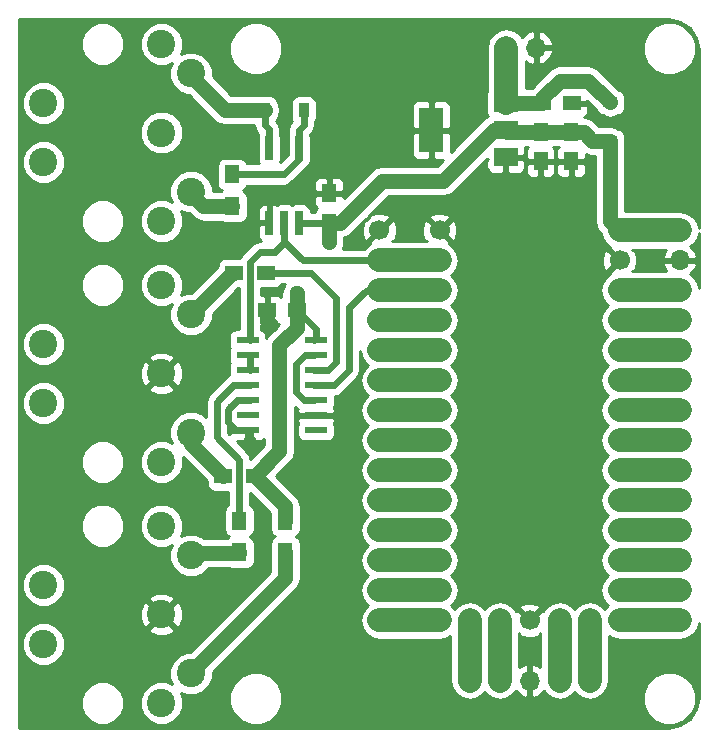
<source format=gtl>
G04 #@! TF.FileFunction,Copper,L1,Top,Signal*
%FSLAX46Y46*%
G04 Gerber Fmt 4.6, Leading zero omitted, Abs format (unit mm)*
G04 Created by KiCad (PCBNEW 4.0.4-stable) date Thursday, April 12, 2018 'PMt' 12:11:18 PM*
%MOMM*%
%LPD*%
G01*
G04 APERTURE LIST*
%ADD10C,0.100000*%
%ADD11R,1.500000X1.250000*%
%ADD12R,0.900000X1.200000*%
%ADD13C,1.700000*%
%ADD14O,1.700000X1.700000*%
%ADD15R,1.250000X1.500000*%
%ADD16R,1.200000X0.900000*%
%ADD17R,0.640000X2.000000*%
%ADD18R,2.000000X3.800000*%
%ADD19R,2.000000X1.500000*%
%ADD20R,1.900000X0.600000*%
%ADD21R,1.300000X1.500000*%
%ADD22R,1.500000X1.300000*%
%ADD23C,2.400000*%
%ADD24C,1.300000*%
%ADD25C,1.300000*%
%ADD26C,0.600000*%
%ADD27C,2.000000*%
%ADD28C,0.254000*%
G04 APERTURE END LIST*
D10*
D11*
X74250000Y-75100000D03*
X71750000Y-75100000D03*
D12*
X74850000Y-58200000D03*
X71550000Y-58200000D03*
D13*
X81260000Y-68380000D03*
D14*
X81260000Y-70920000D03*
X81260000Y-73460000D03*
X81260000Y-76000000D03*
X81260000Y-78540000D03*
X81260000Y-81080000D03*
X81260000Y-83620000D03*
X81260000Y-86160000D03*
X81260000Y-88700000D03*
X81260000Y-91240000D03*
X81260000Y-93780000D03*
X81260000Y-96320000D03*
X81260000Y-98860000D03*
X81260000Y-101400000D03*
D13*
X88900000Y-106500000D03*
D14*
X91440000Y-106500000D03*
X93980000Y-106500000D03*
X96520000Y-106500000D03*
X99060000Y-106500000D03*
D13*
X106700000Y-68380000D03*
D14*
X106700000Y-70920000D03*
X106700000Y-73460000D03*
X106700000Y-76000000D03*
X106700000Y-78540000D03*
X106700000Y-81080000D03*
X106700000Y-83620000D03*
X106700000Y-86160000D03*
X106700000Y-88700000D03*
X106700000Y-91240000D03*
X106700000Y-93780000D03*
X106700000Y-96320000D03*
X106700000Y-98860000D03*
X106700000Y-101400000D03*
D13*
X101600000Y-101400000D03*
X101600000Y-98860000D03*
X101600000Y-96320000D03*
X101600000Y-93780000D03*
X101600000Y-91240000D03*
X101600000Y-88700000D03*
X101600000Y-86160000D03*
X101600000Y-83620000D03*
X101600000Y-81080000D03*
X101600000Y-78540000D03*
X101600000Y-76000000D03*
X101600000Y-73460000D03*
X101600000Y-70920000D03*
X101600000Y-68380000D03*
X86360000Y-68380000D03*
X86360000Y-70920000D03*
X86360000Y-73460000D03*
X86360000Y-76000000D03*
X86360000Y-78540000D03*
X86360000Y-81080000D03*
X86360000Y-83620000D03*
X86360000Y-86160000D03*
X86360000Y-88700000D03*
X86360000Y-91240000D03*
X86360000Y-93780000D03*
X86360000Y-96320000D03*
X86360000Y-98860000D03*
X86360000Y-101400000D03*
X88900000Y-101400000D03*
X91440000Y-101400000D03*
X93980000Y-101400000D03*
X96520000Y-101400000D03*
X99060000Y-101400000D03*
D15*
X77000000Y-67750000D03*
X77000000Y-65250000D03*
D11*
X95050000Y-57600000D03*
X97550000Y-57600000D03*
D15*
X94900000Y-60050000D03*
X94900000Y-62550000D03*
X97500000Y-60050000D03*
X97500000Y-62550000D03*
D16*
X100800000Y-57550000D03*
X100800000Y-60850000D03*
D17*
X74470000Y-61450000D03*
X71930000Y-61450000D03*
X71930000Y-67750000D03*
X73200000Y-67750000D03*
X74470000Y-67750000D03*
D18*
X85650000Y-59900000D03*
D19*
X91950000Y-59900000D03*
X91950000Y-57600000D03*
X91950000Y-62200000D03*
D20*
X70100000Y-77690000D03*
X70100000Y-78960000D03*
X70100000Y-80230000D03*
X70100000Y-81500000D03*
X70100000Y-82770000D03*
X70100000Y-84040000D03*
X70100000Y-85310000D03*
X75900000Y-85310000D03*
X75900000Y-84040000D03*
X75900000Y-82770000D03*
X75900000Y-81500000D03*
X75900000Y-80230000D03*
X75900000Y-78960000D03*
X75900000Y-77690000D03*
D21*
X68800000Y-66350000D03*
X68800000Y-63650000D03*
D22*
X68950000Y-72000000D03*
X71650000Y-72000000D03*
X70750000Y-89200000D03*
X68050000Y-89200000D03*
D21*
X69400000Y-95650000D03*
X69400000Y-92950000D03*
X73300000Y-92950000D03*
X73300000Y-95650000D03*
D13*
X92000000Y-52900000D03*
D14*
X94540000Y-52900000D03*
D23*
X62800000Y-52600000D03*
X62800000Y-60100000D03*
X62800000Y-67600000D03*
X65300000Y-55100000D03*
X65300000Y-65100000D03*
X52800000Y-57600000D03*
X52800000Y-62600000D03*
X62800000Y-73000000D03*
X62800000Y-80500000D03*
X62800000Y-88000000D03*
X65300000Y-75500000D03*
X65300000Y-85500000D03*
X52800000Y-78000000D03*
X52800000Y-83000000D03*
X62800000Y-93400000D03*
X62800000Y-100900000D03*
X62800000Y-108400000D03*
X65300000Y-95900000D03*
X65300000Y-105900000D03*
X52800000Y-98400000D03*
X52800000Y-103400000D03*
D24*
X77000000Y-69400000D03*
X74300000Y-73700000D03*
X70300000Y-86400000D03*
X72100000Y-76400000D03*
D25*
X74250000Y-75100000D02*
X74250000Y-76650000D01*
X74250000Y-76650000D02*
X72800000Y-78100000D01*
X72800000Y-78100000D02*
X72800000Y-87100000D01*
X70750000Y-89150000D02*
X70750000Y-89200000D01*
X72800000Y-87100000D02*
X70750000Y-89150000D01*
D26*
X75700000Y-77690000D02*
X75900000Y-77490000D01*
X75900000Y-77490000D02*
X75900000Y-76750000D01*
X75900000Y-76750000D02*
X74250000Y-75100000D01*
D25*
X74250000Y-73750000D02*
X74300000Y-73700000D01*
X77000000Y-67750000D02*
X77950000Y-67750000D01*
X77950000Y-67750000D02*
X81500000Y-64200000D01*
X81500000Y-64200000D02*
X86669998Y-64200000D01*
X86669998Y-64200000D02*
X90969998Y-59900000D01*
X90969998Y-59900000D02*
X91950000Y-59900000D01*
X77000000Y-69400000D02*
X77000000Y-67750000D01*
X74250000Y-75100000D02*
X74250000Y-73750000D01*
X73300000Y-92950000D02*
X73300000Y-91750000D01*
X73300000Y-91750000D02*
X70750000Y-89200000D01*
X100800000Y-60850000D02*
X100800000Y-67580000D01*
X100800000Y-67580000D02*
X101600000Y-68380000D01*
X97500000Y-60050000D02*
X98550000Y-60050000D01*
X98550000Y-60050000D02*
X99300000Y-60800000D01*
X99300000Y-60800000D02*
X100750000Y-60800000D01*
X100750000Y-60800000D02*
X100800000Y-60850000D01*
X97500000Y-60050000D02*
X94900000Y-60050000D01*
X94900000Y-60050000D02*
X92100000Y-60050000D01*
X92100000Y-60050000D02*
X91950000Y-59900000D01*
D26*
X74470000Y-67750000D02*
X77000000Y-67750000D01*
D27*
X101600000Y-68380000D02*
X106700000Y-68380000D01*
D26*
X70300000Y-86000000D02*
X70300000Y-86400000D01*
X70300000Y-82770000D02*
X69230000Y-82770000D01*
X69230000Y-82770000D02*
X69000000Y-83000000D01*
X69000000Y-83000000D02*
X68989998Y-83000000D01*
X68989998Y-83000000D02*
X68400000Y-83589998D01*
X68400000Y-83589998D02*
X68400000Y-84600000D01*
X68400000Y-84600000D02*
X69110000Y-85310000D01*
X69110000Y-85310000D02*
X70300000Y-85310000D01*
X70300000Y-85310000D02*
X70300000Y-86000000D01*
D25*
X71750000Y-75100000D02*
X71750000Y-76050000D01*
X71750000Y-76050000D02*
X72100000Y-76400000D01*
D27*
X81260000Y-81080000D02*
X86360000Y-81080000D01*
X86360000Y-83620000D02*
X81260000Y-83620000D01*
X81260000Y-86160000D02*
X86360000Y-86160000D01*
X81260000Y-98860000D02*
X86360000Y-98860000D01*
X81260000Y-101400000D02*
X86360000Y-101400000D01*
X88900000Y-101400000D02*
X88900000Y-106500000D01*
X91440000Y-106500000D02*
X91440000Y-101400000D01*
X96520000Y-106500000D02*
X96520000Y-101400000D01*
X99060000Y-106500000D02*
X99060000Y-101400000D01*
X101600000Y-73460000D02*
X106700000Y-73460000D01*
X106700000Y-76000000D02*
X101600000Y-76000000D01*
X101600000Y-78540000D02*
X106700000Y-78540000D01*
X106700000Y-81080000D02*
X101600000Y-81080000D01*
X101600000Y-83620000D02*
X106700000Y-83620000D01*
X106700000Y-86160000D02*
X101600000Y-86160000D01*
X101600000Y-88700000D02*
X106700000Y-88700000D01*
X101600000Y-91240000D02*
X106700000Y-91240000D01*
X106700000Y-93780000D02*
X101600000Y-93780000D01*
X101600000Y-96320000D02*
X106700000Y-96320000D01*
X101600000Y-98860000D02*
X106700000Y-98860000D01*
X106700000Y-101400000D02*
X101600000Y-101400000D01*
D26*
X73200000Y-67750000D02*
X73200000Y-69400000D01*
X73200000Y-69400000D02*
X72400000Y-70200000D01*
X70300000Y-76790000D02*
X70300000Y-77690000D01*
X72400000Y-70200000D02*
X71149998Y-70200000D01*
X71149998Y-70200000D02*
X70300000Y-71049998D01*
X70300000Y-71049998D02*
X70300000Y-76790000D01*
X73200000Y-67750000D02*
X73200000Y-69350000D01*
X74770000Y-70920000D02*
X80057919Y-70920000D01*
X73200000Y-69350000D02*
X74770000Y-70920000D01*
X80057919Y-70920000D02*
X81260000Y-70920000D01*
D27*
X81260000Y-70920000D02*
X86360000Y-70920000D01*
D26*
X75700000Y-81500000D02*
X77400000Y-81500000D01*
X77400000Y-81500000D02*
X78700000Y-80200000D01*
X78700000Y-80200000D02*
X78700000Y-74900000D01*
X78700000Y-74900000D02*
X80100000Y-73500000D01*
X80100000Y-73500000D02*
X81220000Y-73500000D01*
X81220000Y-73500000D02*
X81260000Y-73460000D01*
D27*
X81260000Y-73460000D02*
X86360000Y-73460000D01*
D26*
X74470000Y-61450000D02*
X74470000Y-62330000D01*
X74470000Y-62330000D02*
X73150000Y-63650000D01*
X73150000Y-63650000D02*
X70050000Y-63650000D01*
X70050000Y-63650000D02*
X68800000Y-63650000D01*
X74470000Y-61450000D02*
X74470000Y-59850000D01*
X74470000Y-59850000D02*
X74850000Y-59470000D01*
X74850000Y-59470000D02*
X74850000Y-58200000D01*
D25*
X71550000Y-58200000D02*
X68200000Y-58200000D01*
X68200000Y-58200000D02*
X65300000Y-55300000D01*
D26*
X71930000Y-61450000D02*
X71930000Y-59830000D01*
X71930000Y-59830000D02*
X71550000Y-59450000D01*
X71550000Y-59450000D02*
X71550000Y-58200000D01*
D25*
X68800000Y-66350000D02*
X66350000Y-66350000D01*
X66350000Y-66350000D02*
X65300000Y-65300000D01*
X68950000Y-72000000D02*
X68800000Y-72000000D01*
X68800000Y-72000000D02*
X65300000Y-75500000D01*
X65300000Y-85500000D02*
X65300000Y-86450000D01*
X65300000Y-86450000D02*
X68050000Y-89200000D01*
X65300000Y-95700000D02*
X69350000Y-95700000D01*
X69350000Y-95700000D02*
X69400000Y-95650000D01*
X65300000Y-105700000D02*
X65400000Y-105700000D01*
X73300000Y-97800000D02*
X73300000Y-95650000D01*
X65400000Y-105700000D02*
X73300000Y-97800000D01*
D26*
X71650000Y-72000000D02*
X75500000Y-72000000D01*
X75500000Y-72000000D02*
X77600000Y-74100000D01*
X77600000Y-74100000D02*
X77600000Y-79500000D01*
X77600000Y-79500000D02*
X76870000Y-80230000D01*
X76870000Y-80230000D02*
X75700000Y-80230000D01*
X70300000Y-81500000D02*
X68900000Y-81500000D01*
X67500000Y-85900000D02*
X69400000Y-87800000D01*
X68900000Y-81500000D02*
X67500000Y-82900000D01*
X67500000Y-82900000D02*
X67500000Y-85900000D01*
X69400000Y-87800000D02*
X69400000Y-92950000D01*
X75700000Y-78960000D02*
X74940000Y-78960000D01*
X74940000Y-78960000D02*
X74200000Y-79700000D01*
X74870000Y-82770000D02*
X75700000Y-82770000D01*
X74200000Y-79700000D02*
X74200000Y-82100000D01*
X74200000Y-82100000D02*
X74870000Y-82770000D01*
X70300000Y-78960000D02*
X70300000Y-80230000D01*
D27*
X81260000Y-76000000D02*
X86360000Y-76000000D01*
X81260000Y-78540000D02*
X86360000Y-78540000D01*
X86360000Y-88700000D02*
X81260000Y-88700000D01*
X81260000Y-91240000D02*
X86360000Y-91240000D01*
X81260000Y-93780000D02*
X86360000Y-93780000D01*
X86360000Y-96320000D02*
X81260000Y-96320000D01*
D25*
X100800000Y-57550000D02*
X98950000Y-55700000D01*
X96544998Y-55700000D02*
X95050000Y-57194998D01*
X98950000Y-55700000D02*
X96544998Y-55700000D01*
X95050000Y-57194998D02*
X95050000Y-57600000D01*
D27*
X92000000Y-52900000D02*
X92000000Y-57550000D01*
X92000000Y-57550000D02*
X91950000Y-57600000D01*
D25*
X91950000Y-57600000D02*
X95050000Y-57600000D01*
D28*
G36*
X106747091Y-50713521D02*
X107549995Y-51250005D01*
X108086478Y-52052907D01*
X108290000Y-53076082D01*
X108290000Y-68153770D01*
X108210543Y-67754313D01*
X107856120Y-67223880D01*
X107325687Y-66869457D01*
X106700000Y-66745000D01*
X102085000Y-66745000D01*
X102085000Y-60850000D01*
X102047440Y-60661174D01*
X102047440Y-60400000D01*
X102003162Y-60164683D01*
X101864090Y-59948559D01*
X101651890Y-59803569D01*
X101473022Y-59767347D01*
X101241748Y-59612815D01*
X100750000Y-59515000D01*
X99832264Y-59515000D01*
X99458632Y-59141368D01*
X99041748Y-58862815D01*
X98621381Y-58779199D01*
X98659698Y-58763327D01*
X98838327Y-58584699D01*
X98935000Y-58351310D01*
X98935000Y-57885750D01*
X98776250Y-57727000D01*
X97677000Y-57727000D01*
X97677000Y-57747000D01*
X97423000Y-57747000D01*
X97423000Y-57727000D01*
X97403000Y-57727000D01*
X97403000Y-57473000D01*
X97423000Y-57473000D01*
X97423000Y-57453000D01*
X97677000Y-57453000D01*
X97677000Y-57473000D01*
X98776250Y-57473000D01*
X98840993Y-57408257D01*
X99580332Y-58147596D01*
X99596838Y-58235317D01*
X99735910Y-58451441D01*
X99948110Y-58596431D01*
X100162606Y-58639868D01*
X100308252Y-58737185D01*
X100800000Y-58835000D01*
X101291748Y-58737185D01*
X101436277Y-58640614D01*
X101635317Y-58603162D01*
X101851441Y-58464090D01*
X101996431Y-58251890D01*
X102047440Y-58000000D01*
X102047440Y-57738826D01*
X102085000Y-57550000D01*
X102047440Y-57361174D01*
X102047440Y-57100000D01*
X102003162Y-56864683D01*
X101864090Y-56648559D01*
X101651890Y-56503569D01*
X101550250Y-56482986D01*
X99858632Y-54791368D01*
X99441748Y-54512815D01*
X98950000Y-54415000D01*
X96544998Y-54415000D01*
X96134836Y-54496587D01*
X96053249Y-54512815D01*
X95636365Y-54791368D01*
X94141368Y-56286366D01*
X94122235Y-56315000D01*
X93635000Y-56315000D01*
X93635000Y-54045812D01*
X93773076Y-54171645D01*
X94183110Y-54341476D01*
X94413000Y-54220155D01*
X94413000Y-53027000D01*
X94667000Y-53027000D01*
X94667000Y-54220155D01*
X94896890Y-54341476D01*
X95306924Y-54171645D01*
X95735183Y-53781358D01*
X95894263Y-53442619D01*
X103564613Y-53442619D01*
X103904155Y-54264372D01*
X104532321Y-54893636D01*
X105353481Y-55234611D01*
X106242619Y-55235387D01*
X107064372Y-54895845D01*
X107693636Y-54267679D01*
X108034611Y-53446519D01*
X108035387Y-52557381D01*
X107695845Y-51735628D01*
X107067679Y-51106364D01*
X106246519Y-50765389D01*
X105357381Y-50764613D01*
X104535628Y-51104155D01*
X103906364Y-51732321D01*
X103565389Y-52553481D01*
X103564613Y-53442619D01*
X95894263Y-53442619D01*
X95981486Y-53256892D01*
X95860819Y-53027000D01*
X94667000Y-53027000D01*
X94413000Y-53027000D01*
X94393000Y-53027000D01*
X94393000Y-52773000D01*
X94413000Y-52773000D01*
X94413000Y-51579845D01*
X94667000Y-51579845D01*
X94667000Y-52773000D01*
X95860819Y-52773000D01*
X95981486Y-52543108D01*
X95735183Y-52018642D01*
X95306924Y-51628355D01*
X94896890Y-51458524D01*
X94667000Y-51579845D01*
X94413000Y-51579845D01*
X94183110Y-51458524D01*
X93773076Y-51628355D01*
X93344817Y-52018642D01*
X93342709Y-52023131D01*
X93156120Y-51743880D01*
X92625687Y-51389457D01*
X92000000Y-51265000D01*
X91374313Y-51389457D01*
X90843880Y-51743880D01*
X90489457Y-52274313D01*
X90365000Y-52900000D01*
X90365000Y-56581380D01*
X90353569Y-56598110D01*
X90302560Y-56850000D01*
X90302560Y-58350000D01*
X90346838Y-58585317D01*
X90443725Y-58735884D01*
X90061366Y-58991368D01*
X87285000Y-61767734D01*
X87285000Y-60185750D01*
X87126250Y-60027000D01*
X85777000Y-60027000D01*
X85777000Y-62276250D01*
X85935750Y-62435000D01*
X86617734Y-62435000D01*
X86137734Y-62915000D01*
X81500000Y-62915000D01*
X81008252Y-63012815D01*
X80591368Y-63291368D01*
X78260000Y-65622736D01*
X78260000Y-65535750D01*
X78101250Y-65377000D01*
X77127000Y-65377000D01*
X77127000Y-65397000D01*
X76873000Y-65397000D01*
X76873000Y-65377000D01*
X75898750Y-65377000D01*
X75740000Y-65535750D01*
X75740000Y-66126309D01*
X75836673Y-66359698D01*
X75977910Y-66500936D01*
X75923559Y-66535910D01*
X75778569Y-66748110D01*
X75765023Y-66815000D01*
X75437440Y-66815000D01*
X75437440Y-66750000D01*
X75393162Y-66514683D01*
X75254090Y-66298559D01*
X75041890Y-66153569D01*
X74790000Y-66102560D01*
X74150000Y-66102560D01*
X73914683Y-66146838D01*
X73836072Y-66197423D01*
X73771890Y-66153569D01*
X73520000Y-66102560D01*
X72880000Y-66102560D01*
X72644683Y-66146838D01*
X72569684Y-66195098D01*
X72376310Y-66115000D01*
X72215750Y-66115000D01*
X72057000Y-66273750D01*
X72057000Y-67623000D01*
X72077000Y-67623000D01*
X72077000Y-67877000D01*
X72057000Y-67877000D01*
X72057000Y-67897000D01*
X71803000Y-67897000D01*
X71803000Y-67877000D01*
X71133750Y-67877000D01*
X70975000Y-68035750D01*
X70975000Y-68876309D01*
X71071673Y-69109698D01*
X71226974Y-69265000D01*
X71149998Y-69265000D01*
X70792189Y-69336173D01*
X70488853Y-69538855D01*
X69638855Y-70388853D01*
X69436173Y-70692189D01*
X69434110Y-70702560D01*
X68200000Y-70702560D01*
X67964683Y-70746838D01*
X67748559Y-70885910D01*
X67603569Y-71098110D01*
X67552560Y-71350000D01*
X67552560Y-71430175D01*
X65317721Y-73665015D01*
X64936597Y-73664682D01*
X64422746Y-73877001D01*
X64634681Y-73366605D01*
X64635318Y-72636597D01*
X64356545Y-71961914D01*
X63840801Y-71445270D01*
X63166605Y-71165319D01*
X62436597Y-71164682D01*
X61761914Y-71443455D01*
X61245270Y-71959199D01*
X60965319Y-72633395D01*
X60964682Y-73363403D01*
X61243455Y-74038086D01*
X61759199Y-74554730D01*
X62433395Y-74834681D01*
X63163403Y-74835318D01*
X63677254Y-74622999D01*
X63465319Y-75133395D01*
X63464682Y-75863403D01*
X63743455Y-76538086D01*
X64259199Y-77054730D01*
X64933395Y-77334681D01*
X65663403Y-77335318D01*
X66338086Y-77056545D01*
X66854730Y-76540801D01*
X67134681Y-75866605D01*
X67135016Y-75482248D01*
X69319825Y-73297440D01*
X69365000Y-73297440D01*
X69365000Y-76742560D01*
X69150000Y-76742560D01*
X68914683Y-76786838D01*
X68698559Y-76925910D01*
X68553569Y-77138110D01*
X68502560Y-77390000D01*
X68502560Y-77990000D01*
X68546838Y-78225317D01*
X68610678Y-78324528D01*
X68553569Y-78408110D01*
X68502560Y-78660000D01*
X68502560Y-79260000D01*
X68546838Y-79495317D01*
X68610678Y-79594528D01*
X68553569Y-79678110D01*
X68502560Y-79930000D01*
X68502560Y-80530000D01*
X68524733Y-80647838D01*
X68238855Y-80838855D01*
X66838855Y-82238855D01*
X66636173Y-82542191D01*
X66565000Y-82900000D01*
X66565000Y-84169860D01*
X66340801Y-83945270D01*
X65666605Y-83665319D01*
X64936597Y-83664682D01*
X64261914Y-83943455D01*
X63745270Y-84459199D01*
X63465319Y-85133395D01*
X63464682Y-85863403D01*
X63677001Y-86377254D01*
X63166605Y-86165319D01*
X62436597Y-86164682D01*
X61761914Y-86443455D01*
X61245270Y-86959199D01*
X60965319Y-87633395D01*
X60964682Y-88363403D01*
X61243455Y-89038086D01*
X61759199Y-89554730D01*
X62433395Y-89834681D01*
X63163403Y-89835318D01*
X63838086Y-89556545D01*
X64354730Y-89040801D01*
X64634681Y-88366605D01*
X64635318Y-87636597D01*
X64611367Y-87578631D01*
X66652560Y-89619824D01*
X66652560Y-89850000D01*
X66696838Y-90085317D01*
X66835910Y-90301441D01*
X67048110Y-90446431D01*
X67300000Y-90497440D01*
X68465000Y-90497440D01*
X68465000Y-91628808D01*
X68298559Y-91735910D01*
X68153569Y-91948110D01*
X68102560Y-92200000D01*
X68102560Y-93700000D01*
X68146838Y-93935317D01*
X68285910Y-94151441D01*
X68498110Y-94296431D01*
X68511197Y-94299081D01*
X68331054Y-94415000D01*
X66410410Y-94415000D01*
X66340801Y-94345270D01*
X65666605Y-94065319D01*
X64936597Y-94064682D01*
X64422746Y-94277001D01*
X64634681Y-93766605D01*
X64635318Y-93036597D01*
X64356545Y-92361914D01*
X63840801Y-91845270D01*
X63166605Y-91565319D01*
X62436597Y-91564682D01*
X61761914Y-91843455D01*
X61245270Y-92359199D01*
X60965319Y-93033395D01*
X60964682Y-93763403D01*
X61243455Y-94438086D01*
X61759199Y-94954730D01*
X62433395Y-95234681D01*
X63163403Y-95235318D01*
X63677254Y-95022999D01*
X63465319Y-95533395D01*
X63464682Y-96263403D01*
X63743455Y-96938086D01*
X64259199Y-97454730D01*
X64933395Y-97734681D01*
X65663403Y-97735318D01*
X66338086Y-97456545D01*
X66810454Y-96985000D01*
X68481380Y-96985000D01*
X68498110Y-96996431D01*
X68750000Y-97047440D01*
X70050000Y-97047440D01*
X70285317Y-97003162D01*
X70501441Y-96864090D01*
X70646431Y-96651890D01*
X70697440Y-96400000D01*
X70697440Y-94900000D01*
X70653162Y-94664683D01*
X70514090Y-94448559D01*
X70301890Y-94303569D01*
X70288803Y-94300919D01*
X70501441Y-94164090D01*
X70646431Y-93951890D01*
X70697440Y-93700000D01*
X70697440Y-92200000D01*
X70653162Y-91964683D01*
X70514090Y-91748559D01*
X70335000Y-91626192D01*
X70335000Y-90602264D01*
X72002560Y-92269825D01*
X72002560Y-93700000D01*
X72046838Y-93935317D01*
X72185910Y-94151441D01*
X72398110Y-94296431D01*
X72411197Y-94299081D01*
X72198559Y-94435910D01*
X72053569Y-94648110D01*
X72002560Y-94900000D01*
X72002560Y-96400000D01*
X72015000Y-96466113D01*
X72015000Y-97267736D01*
X65217809Y-104064927D01*
X64936597Y-104064682D01*
X64261914Y-104343455D01*
X63745270Y-104859199D01*
X63465319Y-105533395D01*
X63464682Y-106263403D01*
X63677001Y-106777254D01*
X63166605Y-106565319D01*
X62436597Y-106564682D01*
X61761914Y-106843455D01*
X61245270Y-107359199D01*
X60965319Y-108033395D01*
X60964682Y-108763403D01*
X61243455Y-109438086D01*
X61759199Y-109954730D01*
X62433395Y-110234681D01*
X63163403Y-110235318D01*
X63838086Y-109956545D01*
X64354730Y-109440801D01*
X64634681Y-108766605D01*
X64634963Y-108442619D01*
X68564613Y-108442619D01*
X68904155Y-109264372D01*
X69532321Y-109893636D01*
X70353481Y-110234611D01*
X71242619Y-110235387D01*
X72064372Y-109895845D01*
X72693636Y-109267679D01*
X73034611Y-108446519D01*
X73034614Y-108442619D01*
X103564613Y-108442619D01*
X103904155Y-109264372D01*
X104532321Y-109893636D01*
X105353481Y-110234611D01*
X106242619Y-110235387D01*
X107064372Y-109895845D01*
X107693636Y-109267679D01*
X108034611Y-108446519D01*
X108035387Y-107557381D01*
X107695845Y-106735628D01*
X107067679Y-106106364D01*
X106246519Y-105765389D01*
X105357381Y-105764613D01*
X104535628Y-106104155D01*
X103906364Y-106732321D01*
X103565389Y-107553481D01*
X103564613Y-108442619D01*
X73034614Y-108442619D01*
X73035387Y-107557381D01*
X72695845Y-106735628D01*
X72067679Y-106106364D01*
X71246519Y-105765389D01*
X70357381Y-105764613D01*
X69535628Y-106104155D01*
X68906364Y-106732321D01*
X68565389Y-107553481D01*
X68564613Y-108442619D01*
X64634963Y-108442619D01*
X64635318Y-108036597D01*
X64422999Y-107522746D01*
X64933395Y-107734681D01*
X65663403Y-107735318D01*
X66338086Y-107456545D01*
X66854730Y-106940801D01*
X67134681Y-106266605D01*
X67135104Y-105782160D01*
X74208632Y-98708632D01*
X74487185Y-98291748D01*
X74585000Y-97800000D01*
X74585000Y-96461431D01*
X74597440Y-96400000D01*
X74597440Y-94900000D01*
X74553162Y-94664683D01*
X74414090Y-94448559D01*
X74201890Y-94303569D01*
X74188803Y-94300919D01*
X74401441Y-94164090D01*
X74546431Y-93951890D01*
X74597440Y-93700000D01*
X74597440Y-92200000D01*
X74585000Y-92133887D01*
X74585000Y-91750000D01*
X74487185Y-91258252D01*
X74474989Y-91240000D01*
X74208633Y-90841368D01*
X72542264Y-89175000D01*
X73708632Y-88008632D01*
X73987185Y-87591748D01*
X74085000Y-87100000D01*
X74085000Y-85010000D01*
X74302560Y-85010000D01*
X74302560Y-85610000D01*
X74346838Y-85845317D01*
X74485910Y-86061441D01*
X74698110Y-86206431D01*
X74950000Y-86257440D01*
X76850000Y-86257440D01*
X77085317Y-86213162D01*
X77301441Y-86074090D01*
X77446431Y-85861890D01*
X77497440Y-85610000D01*
X77497440Y-85010000D01*
X77453162Y-84774683D01*
X77394822Y-84684020D01*
X77485000Y-84466310D01*
X77485000Y-84325750D01*
X77326250Y-84167000D01*
X76027000Y-84167000D01*
X76027000Y-84187000D01*
X75773000Y-84187000D01*
X75773000Y-84167000D01*
X74473750Y-84167000D01*
X74315000Y-84325750D01*
X74315000Y-84466310D01*
X74404806Y-84683122D01*
X74353569Y-84758110D01*
X74302560Y-85010000D01*
X74085000Y-85010000D01*
X74085000Y-83307290D01*
X74208855Y-83431145D01*
X74351213Y-83526265D01*
X74315000Y-83613690D01*
X74315000Y-83754250D01*
X74473750Y-83913000D01*
X75773000Y-83913000D01*
X75773000Y-83893000D01*
X76027000Y-83893000D01*
X76027000Y-83913000D01*
X77326250Y-83913000D01*
X77485000Y-83754250D01*
X77485000Y-83613690D01*
X77395194Y-83396878D01*
X77446431Y-83321890D01*
X77497440Y-83070000D01*
X77497440Y-82470000D01*
X77487576Y-82417580D01*
X77757809Y-82363827D01*
X78061145Y-82161145D01*
X79361145Y-80861145D01*
X79393805Y-80812266D01*
X79563827Y-80557809D01*
X79635000Y-80200000D01*
X79635000Y-78590273D01*
X79749457Y-79165687D01*
X80103880Y-79696120D01*
X80274314Y-79810000D01*
X80103880Y-79923880D01*
X79749457Y-80454313D01*
X79625000Y-81080000D01*
X79749457Y-81705687D01*
X80103880Y-82236120D01*
X80274314Y-82350000D01*
X80103880Y-82463880D01*
X79749457Y-82994313D01*
X79625000Y-83620000D01*
X79749457Y-84245687D01*
X80103880Y-84776120D01*
X80274314Y-84890000D01*
X80103880Y-85003880D01*
X79749457Y-85534313D01*
X79625000Y-86160000D01*
X79749457Y-86785687D01*
X80103880Y-87316120D01*
X80274314Y-87430000D01*
X80103880Y-87543880D01*
X79749457Y-88074313D01*
X79625000Y-88700000D01*
X79749457Y-89325687D01*
X80103880Y-89856120D01*
X80274314Y-89970000D01*
X80103880Y-90083880D01*
X79749457Y-90614313D01*
X79625000Y-91240000D01*
X79749457Y-91865687D01*
X80103880Y-92396120D01*
X80274314Y-92510000D01*
X80103880Y-92623880D01*
X79749457Y-93154313D01*
X79625000Y-93780000D01*
X79749457Y-94405687D01*
X80103880Y-94936120D01*
X80274314Y-95050000D01*
X80103880Y-95163880D01*
X79749457Y-95694313D01*
X79625000Y-96320000D01*
X79749457Y-96945687D01*
X80103880Y-97476120D01*
X80274314Y-97590000D01*
X80103880Y-97703880D01*
X79749457Y-98234313D01*
X79625000Y-98860000D01*
X79749457Y-99485687D01*
X80103880Y-100016120D01*
X80274314Y-100130000D01*
X80103880Y-100243880D01*
X79749457Y-100774313D01*
X79625000Y-101400000D01*
X79749457Y-102025687D01*
X80103880Y-102556120D01*
X80634313Y-102910543D01*
X81260000Y-103035000D01*
X86360000Y-103035000D01*
X86985687Y-102910543D01*
X87265000Y-102723913D01*
X87265000Y-106500000D01*
X87389457Y-107125687D01*
X87743880Y-107656120D01*
X88274313Y-108010543D01*
X88900000Y-108135000D01*
X89525687Y-108010543D01*
X90056120Y-107656120D01*
X90170000Y-107485686D01*
X90283880Y-107656120D01*
X90814313Y-108010543D01*
X91440000Y-108135000D01*
X92065687Y-108010543D01*
X92596120Y-107656120D01*
X92782709Y-107376869D01*
X92784817Y-107381358D01*
X93213076Y-107771645D01*
X93623110Y-107941476D01*
X93853000Y-107820155D01*
X93853000Y-106627000D01*
X93833000Y-106627000D01*
X93833000Y-106373000D01*
X93853000Y-106373000D01*
X93853000Y-105179845D01*
X93623110Y-105058524D01*
X93213076Y-105228355D01*
X93075000Y-105354188D01*
X93075000Y-102484608D01*
X93115648Y-102443960D01*
X93195920Y-102695259D01*
X93751279Y-102896718D01*
X94341458Y-102870315D01*
X94764080Y-102695259D01*
X94844352Y-102443960D01*
X94885000Y-102484608D01*
X94885000Y-105354188D01*
X94746924Y-105228355D01*
X94336890Y-105058524D01*
X94107000Y-105179845D01*
X94107000Y-106373000D01*
X94127000Y-106373000D01*
X94127000Y-106627000D01*
X94107000Y-106627000D01*
X94107000Y-107820155D01*
X94336890Y-107941476D01*
X94746924Y-107771645D01*
X95175183Y-107381358D01*
X95177291Y-107376869D01*
X95363880Y-107656120D01*
X95894313Y-108010543D01*
X96520000Y-108135000D01*
X97145687Y-108010543D01*
X97676120Y-107656120D01*
X97790000Y-107485686D01*
X97903880Y-107656120D01*
X98434313Y-108010543D01*
X99060000Y-108135000D01*
X99685687Y-108010543D01*
X100216120Y-107656120D01*
X100570543Y-107125687D01*
X100695000Y-106500000D01*
X100695000Y-102723913D01*
X100974313Y-102910543D01*
X101600000Y-103035000D01*
X106700000Y-103035000D01*
X107325687Y-102910543D01*
X107856120Y-102556120D01*
X108210543Y-102025687D01*
X108290000Y-101626230D01*
X108290000Y-107930069D01*
X108087609Y-108947559D01*
X107550861Y-109750861D01*
X106747560Y-110287609D01*
X105730069Y-110490000D01*
X50710000Y-110490000D01*
X50710000Y-108763403D01*
X55964682Y-108763403D01*
X56243455Y-109438086D01*
X56759199Y-109954730D01*
X57433395Y-110234681D01*
X58163403Y-110235318D01*
X58838086Y-109956545D01*
X59354730Y-109440801D01*
X59634681Y-108766605D01*
X59635318Y-108036597D01*
X59356545Y-107361914D01*
X58840801Y-106845270D01*
X58166605Y-106565319D01*
X57436597Y-106564682D01*
X56761914Y-106843455D01*
X56245270Y-107359199D01*
X55965319Y-108033395D01*
X55964682Y-108763403D01*
X50710000Y-108763403D01*
X50710000Y-103763403D01*
X50964682Y-103763403D01*
X51243455Y-104438086D01*
X51759199Y-104954730D01*
X52433395Y-105234681D01*
X53163403Y-105235318D01*
X53838086Y-104956545D01*
X54354730Y-104440801D01*
X54634681Y-103766605D01*
X54635318Y-103036597D01*
X54356545Y-102361914D01*
X54192093Y-102197175D01*
X61682430Y-102197175D01*
X61805565Y-102484788D01*
X62487734Y-102744707D01*
X63217443Y-102723786D01*
X63794435Y-102484788D01*
X63917570Y-102197175D01*
X62800000Y-101079605D01*
X61682430Y-102197175D01*
X54192093Y-102197175D01*
X53840801Y-101845270D01*
X53166605Y-101565319D01*
X52436597Y-101564682D01*
X51761914Y-101843455D01*
X51245270Y-102359199D01*
X50965319Y-103033395D01*
X50964682Y-103763403D01*
X50710000Y-103763403D01*
X50710000Y-100587734D01*
X60955293Y-100587734D01*
X60976214Y-101317443D01*
X61215212Y-101894435D01*
X61502825Y-102017570D01*
X62620395Y-100900000D01*
X62979605Y-100900000D01*
X64097175Y-102017570D01*
X64384788Y-101894435D01*
X64644707Y-101212266D01*
X64623786Y-100482557D01*
X64384788Y-99905565D01*
X64097175Y-99782430D01*
X62979605Y-100900000D01*
X62620395Y-100900000D01*
X61502825Y-99782430D01*
X61215212Y-99905565D01*
X60955293Y-100587734D01*
X50710000Y-100587734D01*
X50710000Y-98763403D01*
X50964682Y-98763403D01*
X51243455Y-99438086D01*
X51759199Y-99954730D01*
X52433395Y-100234681D01*
X53163403Y-100235318D01*
X53838086Y-99956545D01*
X54192423Y-99602825D01*
X61682430Y-99602825D01*
X62800000Y-100720395D01*
X63917570Y-99602825D01*
X63794435Y-99315212D01*
X63112266Y-99055293D01*
X62382557Y-99076214D01*
X61805565Y-99315212D01*
X61682430Y-99602825D01*
X54192423Y-99602825D01*
X54354730Y-99440801D01*
X54634681Y-98766605D01*
X54635318Y-98036597D01*
X54356545Y-97361914D01*
X53840801Y-96845270D01*
X53166605Y-96565319D01*
X52436597Y-96564682D01*
X51761914Y-96843455D01*
X51245270Y-97359199D01*
X50965319Y-98033395D01*
X50964682Y-98763403D01*
X50710000Y-98763403D01*
X50710000Y-93763403D01*
X55964682Y-93763403D01*
X56243455Y-94438086D01*
X56759199Y-94954730D01*
X57433395Y-95234681D01*
X58163403Y-95235318D01*
X58838086Y-94956545D01*
X59354730Y-94440801D01*
X59634681Y-93766605D01*
X59635318Y-93036597D01*
X59356545Y-92361914D01*
X58840801Y-91845270D01*
X58166605Y-91565319D01*
X57436597Y-91564682D01*
X56761914Y-91843455D01*
X56245270Y-92359199D01*
X55965319Y-93033395D01*
X55964682Y-93763403D01*
X50710000Y-93763403D01*
X50710000Y-88363403D01*
X55964682Y-88363403D01*
X56243455Y-89038086D01*
X56759199Y-89554730D01*
X57433395Y-89834681D01*
X58163403Y-89835318D01*
X58838086Y-89556545D01*
X59354730Y-89040801D01*
X59634681Y-88366605D01*
X59635318Y-87636597D01*
X59356545Y-86961914D01*
X58840801Y-86445270D01*
X58166605Y-86165319D01*
X57436597Y-86164682D01*
X56761914Y-86443455D01*
X56245270Y-86959199D01*
X55965319Y-87633395D01*
X55964682Y-88363403D01*
X50710000Y-88363403D01*
X50710000Y-83363403D01*
X50964682Y-83363403D01*
X51243455Y-84038086D01*
X51759199Y-84554730D01*
X52433395Y-84834681D01*
X53163403Y-84835318D01*
X53838086Y-84556545D01*
X54354730Y-84040801D01*
X54634681Y-83366605D01*
X54635318Y-82636597D01*
X54356545Y-81961914D01*
X54192093Y-81797175D01*
X61682430Y-81797175D01*
X61805565Y-82084788D01*
X62487734Y-82344707D01*
X63217443Y-82323786D01*
X63794435Y-82084788D01*
X63917570Y-81797175D01*
X62800000Y-80679605D01*
X61682430Y-81797175D01*
X54192093Y-81797175D01*
X53840801Y-81445270D01*
X53166605Y-81165319D01*
X52436597Y-81164682D01*
X51761914Y-81443455D01*
X51245270Y-81959199D01*
X50965319Y-82633395D01*
X50964682Y-83363403D01*
X50710000Y-83363403D01*
X50710000Y-80187734D01*
X60955293Y-80187734D01*
X60976214Y-80917443D01*
X61215212Y-81494435D01*
X61502825Y-81617570D01*
X62620395Y-80500000D01*
X62979605Y-80500000D01*
X64097175Y-81617570D01*
X64384788Y-81494435D01*
X64644707Y-80812266D01*
X64623786Y-80082557D01*
X64384788Y-79505565D01*
X64097175Y-79382430D01*
X62979605Y-80500000D01*
X62620395Y-80500000D01*
X61502825Y-79382430D01*
X61215212Y-79505565D01*
X60955293Y-80187734D01*
X50710000Y-80187734D01*
X50710000Y-78363403D01*
X50964682Y-78363403D01*
X51243455Y-79038086D01*
X51759199Y-79554730D01*
X52433395Y-79834681D01*
X53163403Y-79835318D01*
X53838086Y-79556545D01*
X54192423Y-79202825D01*
X61682430Y-79202825D01*
X62800000Y-80320395D01*
X63917570Y-79202825D01*
X63794435Y-78915212D01*
X63112266Y-78655293D01*
X62382557Y-78676214D01*
X61805565Y-78915212D01*
X61682430Y-79202825D01*
X54192423Y-79202825D01*
X54354730Y-79040801D01*
X54634681Y-78366605D01*
X54635318Y-77636597D01*
X54356545Y-76961914D01*
X53840801Y-76445270D01*
X53166605Y-76165319D01*
X52436597Y-76164682D01*
X51761914Y-76443455D01*
X51245270Y-76959199D01*
X50965319Y-77633395D01*
X50964682Y-78363403D01*
X50710000Y-78363403D01*
X50710000Y-73363403D01*
X55964682Y-73363403D01*
X56243455Y-74038086D01*
X56759199Y-74554730D01*
X57433395Y-74834681D01*
X58163403Y-74835318D01*
X58838086Y-74556545D01*
X59354730Y-74040801D01*
X59634681Y-73366605D01*
X59635318Y-72636597D01*
X59356545Y-71961914D01*
X58840801Y-71445270D01*
X58166605Y-71165319D01*
X57436597Y-71164682D01*
X56761914Y-71443455D01*
X56245270Y-71959199D01*
X55965319Y-72633395D01*
X55964682Y-73363403D01*
X50710000Y-73363403D01*
X50710000Y-67963403D01*
X55964682Y-67963403D01*
X56243455Y-68638086D01*
X56759199Y-69154730D01*
X57433395Y-69434681D01*
X58163403Y-69435318D01*
X58838086Y-69156545D01*
X59354730Y-68640801D01*
X59634681Y-67966605D01*
X59635318Y-67236597D01*
X59356545Y-66561914D01*
X58840801Y-66045270D01*
X58166605Y-65765319D01*
X57436597Y-65764682D01*
X56761914Y-66043455D01*
X56245270Y-66559199D01*
X55965319Y-67233395D01*
X55964682Y-67963403D01*
X50710000Y-67963403D01*
X50710000Y-62963403D01*
X50964682Y-62963403D01*
X51243455Y-63638086D01*
X51759199Y-64154730D01*
X52433395Y-64434681D01*
X53163403Y-64435318D01*
X53838086Y-64156545D01*
X54354730Y-63640801D01*
X54634681Y-62966605D01*
X54635318Y-62236597D01*
X54356545Y-61561914D01*
X53840801Y-61045270D01*
X53166605Y-60765319D01*
X52436597Y-60764682D01*
X51761914Y-61043455D01*
X51245270Y-61559199D01*
X50965319Y-62233395D01*
X50964682Y-62963403D01*
X50710000Y-62963403D01*
X50710000Y-60463403D01*
X60964682Y-60463403D01*
X61243455Y-61138086D01*
X61759199Y-61654730D01*
X62433395Y-61934681D01*
X63163403Y-61935318D01*
X63838086Y-61656545D01*
X64354730Y-61140801D01*
X64634681Y-60466605D01*
X64635318Y-59736597D01*
X64356545Y-59061914D01*
X63840801Y-58545270D01*
X63166605Y-58265319D01*
X62436597Y-58264682D01*
X61761914Y-58543455D01*
X61245270Y-59059199D01*
X60965319Y-59733395D01*
X60964682Y-60463403D01*
X50710000Y-60463403D01*
X50710000Y-57963403D01*
X50964682Y-57963403D01*
X51243455Y-58638086D01*
X51759199Y-59154730D01*
X52433395Y-59434681D01*
X53163403Y-59435318D01*
X53838086Y-59156545D01*
X54354730Y-58640801D01*
X54634681Y-57966605D01*
X54635318Y-57236597D01*
X54356545Y-56561914D01*
X53840801Y-56045270D01*
X53166605Y-55765319D01*
X52436597Y-55764682D01*
X51761914Y-56043455D01*
X51245270Y-56559199D01*
X50965319Y-57233395D01*
X50964682Y-57963403D01*
X50710000Y-57963403D01*
X50710000Y-52963403D01*
X55964682Y-52963403D01*
X56243455Y-53638086D01*
X56759199Y-54154730D01*
X57433395Y-54434681D01*
X58163403Y-54435318D01*
X58838086Y-54156545D01*
X59354730Y-53640801D01*
X59634681Y-52966605D01*
X59634683Y-52963403D01*
X60964682Y-52963403D01*
X61243455Y-53638086D01*
X61759199Y-54154730D01*
X62433395Y-54434681D01*
X63163403Y-54435318D01*
X63677254Y-54222999D01*
X63465319Y-54733395D01*
X63464682Y-55463403D01*
X63743455Y-56138086D01*
X64259199Y-56654730D01*
X64933395Y-56934681D01*
X65117578Y-56934842D01*
X67291368Y-59108632D01*
X67708252Y-59387185D01*
X68200000Y-59485000D01*
X70621962Y-59485000D01*
X70686173Y-59807809D01*
X70888855Y-60111145D01*
X70995000Y-60217290D01*
X70995000Y-60289806D01*
X70962560Y-60450000D01*
X70962560Y-62450000D01*
X71006838Y-62685317D01*
X71025938Y-62715000D01*
X70062630Y-62715000D01*
X70053162Y-62664683D01*
X69914090Y-62448559D01*
X69701890Y-62303569D01*
X69450000Y-62252560D01*
X68150000Y-62252560D01*
X67914683Y-62296838D01*
X67698559Y-62435910D01*
X67553569Y-62648110D01*
X67502560Y-62900000D01*
X67502560Y-64400000D01*
X67546838Y-64635317D01*
X67685910Y-64851441D01*
X67898110Y-64996431D01*
X67911197Y-64999081D01*
X67808756Y-65065000D01*
X67135031Y-65065000D01*
X67135318Y-64736597D01*
X66856545Y-64061914D01*
X66340801Y-63545270D01*
X65666605Y-63265319D01*
X64936597Y-63264682D01*
X64261914Y-63543455D01*
X63745270Y-64059199D01*
X63465319Y-64733395D01*
X63464682Y-65463403D01*
X63677001Y-65977254D01*
X63166605Y-65765319D01*
X62436597Y-65764682D01*
X61761914Y-66043455D01*
X61245270Y-66559199D01*
X60965319Y-67233395D01*
X60964682Y-67963403D01*
X61243455Y-68638086D01*
X61759199Y-69154730D01*
X62433395Y-69434681D01*
X63163403Y-69435318D01*
X63838086Y-69156545D01*
X64354730Y-68640801D01*
X64634681Y-67966605D01*
X64635318Y-67236597D01*
X64422999Y-66722746D01*
X64933395Y-66934681D01*
X65117578Y-66934842D01*
X65441368Y-67258632D01*
X65858252Y-67537185D01*
X66350000Y-67635000D01*
X67808203Y-67635000D01*
X67898110Y-67696431D01*
X68150000Y-67747440D01*
X69450000Y-67747440D01*
X69685317Y-67703162D01*
X69901441Y-67564090D01*
X70046431Y-67351890D01*
X70097440Y-67100000D01*
X70097440Y-66623691D01*
X70975000Y-66623691D01*
X70975000Y-67464250D01*
X71133750Y-67623000D01*
X71803000Y-67623000D01*
X71803000Y-66273750D01*
X71644250Y-66115000D01*
X71483690Y-66115000D01*
X71250301Y-66211673D01*
X71071673Y-66390302D01*
X70975000Y-66623691D01*
X70097440Y-66623691D01*
X70097440Y-65600000D01*
X70053162Y-65364683D01*
X69914090Y-65148559D01*
X69701890Y-65003569D01*
X69688803Y-65000919D01*
X69901441Y-64864090D01*
X70046431Y-64651890D01*
X70059977Y-64585000D01*
X73150000Y-64585000D01*
X73507809Y-64513827D01*
X73717538Y-64373691D01*
X75740000Y-64373691D01*
X75740000Y-64964250D01*
X75898750Y-65123000D01*
X76873000Y-65123000D01*
X76873000Y-64023750D01*
X77127000Y-64023750D01*
X77127000Y-65123000D01*
X78101250Y-65123000D01*
X78260000Y-64964250D01*
X78260000Y-64373691D01*
X78163327Y-64140302D01*
X77984699Y-63961673D01*
X77751310Y-63865000D01*
X77285750Y-63865000D01*
X77127000Y-64023750D01*
X76873000Y-64023750D01*
X76714250Y-63865000D01*
X76248690Y-63865000D01*
X76015301Y-63961673D01*
X75836673Y-64140302D01*
X75740000Y-64373691D01*
X73717538Y-64373691D01*
X73811145Y-64311145D01*
X75131145Y-62991145D01*
X75138273Y-62980477D01*
X75241441Y-62914090D01*
X75386431Y-62701890D01*
X75437440Y-62450000D01*
X75437440Y-60450000D01*
X75405000Y-60277596D01*
X75405000Y-60237290D01*
X75456540Y-60185750D01*
X84015000Y-60185750D01*
X84015000Y-61926310D01*
X84111673Y-62159699D01*
X84290302Y-62338327D01*
X84523691Y-62435000D01*
X85364250Y-62435000D01*
X85523000Y-62276250D01*
X85523000Y-60027000D01*
X84173750Y-60027000D01*
X84015000Y-60185750D01*
X75456540Y-60185750D01*
X75511145Y-60131145D01*
X75713827Y-59827809D01*
X75785000Y-59470000D01*
X75785000Y-59214975D01*
X75896431Y-59051890D01*
X75947440Y-58800000D01*
X75947440Y-57873690D01*
X84015000Y-57873690D01*
X84015000Y-59614250D01*
X84173750Y-59773000D01*
X85523000Y-59773000D01*
X85523000Y-57523750D01*
X85777000Y-57523750D01*
X85777000Y-59773000D01*
X87126250Y-59773000D01*
X87285000Y-59614250D01*
X87285000Y-57873690D01*
X87188327Y-57640301D01*
X87009698Y-57461673D01*
X86776309Y-57365000D01*
X85935750Y-57365000D01*
X85777000Y-57523750D01*
X85523000Y-57523750D01*
X85364250Y-57365000D01*
X84523691Y-57365000D01*
X84290302Y-57461673D01*
X84111673Y-57640301D01*
X84015000Y-57873690D01*
X75947440Y-57873690D01*
X75947440Y-57600000D01*
X75903162Y-57364683D01*
X75764090Y-57148559D01*
X75551890Y-57003569D01*
X75300000Y-56952560D01*
X74400000Y-56952560D01*
X74164683Y-56996838D01*
X73948559Y-57135910D01*
X73803569Y-57348110D01*
X73752560Y-57600000D01*
X73752560Y-58800000D01*
X73796838Y-59035317D01*
X73861659Y-59136051D01*
X73808855Y-59188855D01*
X73606173Y-59492191D01*
X73535000Y-59850000D01*
X73535000Y-60289806D01*
X73502560Y-60450000D01*
X73502560Y-61975150D01*
X72864361Y-62613349D01*
X72897440Y-62450000D01*
X72897440Y-60450000D01*
X72865000Y-60277596D01*
X72865000Y-59830000D01*
X72793827Y-59472191D01*
X72591145Y-59168855D01*
X72546807Y-59124517D01*
X72596431Y-59051890D01*
X72639868Y-58837394D01*
X72737185Y-58691748D01*
X72835000Y-58200000D01*
X72737185Y-57708252D01*
X72640614Y-57563723D01*
X72603162Y-57364683D01*
X72464090Y-57148559D01*
X72251890Y-57003569D01*
X72000000Y-56952560D01*
X71738826Y-56952560D01*
X71550000Y-56915000D01*
X68732264Y-56915000D01*
X67134811Y-55317547D01*
X67135318Y-54736597D01*
X66856545Y-54061914D01*
X66340801Y-53545270D01*
X66093591Y-53442619D01*
X68564613Y-53442619D01*
X68904155Y-54264372D01*
X69532321Y-54893636D01*
X70353481Y-55234611D01*
X71242619Y-55235387D01*
X72064372Y-54895845D01*
X72693636Y-54267679D01*
X73034611Y-53446519D01*
X73035387Y-52557381D01*
X72695845Y-51735628D01*
X72067679Y-51106364D01*
X71246519Y-50765389D01*
X70357381Y-50764613D01*
X69535628Y-51104155D01*
X68906364Y-51732321D01*
X68565389Y-52553481D01*
X68564613Y-53442619D01*
X66093591Y-53442619D01*
X65666605Y-53265319D01*
X64936597Y-53264682D01*
X64422746Y-53477001D01*
X64634681Y-52966605D01*
X64635318Y-52236597D01*
X64356545Y-51561914D01*
X63840801Y-51045270D01*
X63166605Y-50765319D01*
X62436597Y-50764682D01*
X61761914Y-51043455D01*
X61245270Y-51559199D01*
X60965319Y-52233395D01*
X60964682Y-52963403D01*
X59634683Y-52963403D01*
X59635318Y-52236597D01*
X59356545Y-51561914D01*
X58840801Y-51045270D01*
X58166605Y-50765319D01*
X57436597Y-50764682D01*
X56761914Y-51043455D01*
X56245270Y-51559199D01*
X55965319Y-52233395D01*
X55964682Y-52963403D01*
X50710000Y-52963403D01*
X50710000Y-50510000D01*
X105723918Y-50510000D01*
X106747091Y-50713521D01*
X106747091Y-50713521D01*
G37*
X106747091Y-50713521D02*
X107549995Y-51250005D01*
X108086478Y-52052907D01*
X108290000Y-53076082D01*
X108290000Y-68153770D01*
X108210543Y-67754313D01*
X107856120Y-67223880D01*
X107325687Y-66869457D01*
X106700000Y-66745000D01*
X102085000Y-66745000D01*
X102085000Y-60850000D01*
X102047440Y-60661174D01*
X102047440Y-60400000D01*
X102003162Y-60164683D01*
X101864090Y-59948559D01*
X101651890Y-59803569D01*
X101473022Y-59767347D01*
X101241748Y-59612815D01*
X100750000Y-59515000D01*
X99832264Y-59515000D01*
X99458632Y-59141368D01*
X99041748Y-58862815D01*
X98621381Y-58779199D01*
X98659698Y-58763327D01*
X98838327Y-58584699D01*
X98935000Y-58351310D01*
X98935000Y-57885750D01*
X98776250Y-57727000D01*
X97677000Y-57727000D01*
X97677000Y-57747000D01*
X97423000Y-57747000D01*
X97423000Y-57727000D01*
X97403000Y-57727000D01*
X97403000Y-57473000D01*
X97423000Y-57473000D01*
X97423000Y-57453000D01*
X97677000Y-57453000D01*
X97677000Y-57473000D01*
X98776250Y-57473000D01*
X98840993Y-57408257D01*
X99580332Y-58147596D01*
X99596838Y-58235317D01*
X99735910Y-58451441D01*
X99948110Y-58596431D01*
X100162606Y-58639868D01*
X100308252Y-58737185D01*
X100800000Y-58835000D01*
X101291748Y-58737185D01*
X101436277Y-58640614D01*
X101635317Y-58603162D01*
X101851441Y-58464090D01*
X101996431Y-58251890D01*
X102047440Y-58000000D01*
X102047440Y-57738826D01*
X102085000Y-57550000D01*
X102047440Y-57361174D01*
X102047440Y-57100000D01*
X102003162Y-56864683D01*
X101864090Y-56648559D01*
X101651890Y-56503569D01*
X101550250Y-56482986D01*
X99858632Y-54791368D01*
X99441748Y-54512815D01*
X98950000Y-54415000D01*
X96544998Y-54415000D01*
X96134836Y-54496587D01*
X96053249Y-54512815D01*
X95636365Y-54791368D01*
X94141368Y-56286366D01*
X94122235Y-56315000D01*
X93635000Y-56315000D01*
X93635000Y-54045812D01*
X93773076Y-54171645D01*
X94183110Y-54341476D01*
X94413000Y-54220155D01*
X94413000Y-53027000D01*
X94667000Y-53027000D01*
X94667000Y-54220155D01*
X94896890Y-54341476D01*
X95306924Y-54171645D01*
X95735183Y-53781358D01*
X95894263Y-53442619D01*
X103564613Y-53442619D01*
X103904155Y-54264372D01*
X104532321Y-54893636D01*
X105353481Y-55234611D01*
X106242619Y-55235387D01*
X107064372Y-54895845D01*
X107693636Y-54267679D01*
X108034611Y-53446519D01*
X108035387Y-52557381D01*
X107695845Y-51735628D01*
X107067679Y-51106364D01*
X106246519Y-50765389D01*
X105357381Y-50764613D01*
X104535628Y-51104155D01*
X103906364Y-51732321D01*
X103565389Y-52553481D01*
X103564613Y-53442619D01*
X95894263Y-53442619D01*
X95981486Y-53256892D01*
X95860819Y-53027000D01*
X94667000Y-53027000D01*
X94413000Y-53027000D01*
X94393000Y-53027000D01*
X94393000Y-52773000D01*
X94413000Y-52773000D01*
X94413000Y-51579845D01*
X94667000Y-51579845D01*
X94667000Y-52773000D01*
X95860819Y-52773000D01*
X95981486Y-52543108D01*
X95735183Y-52018642D01*
X95306924Y-51628355D01*
X94896890Y-51458524D01*
X94667000Y-51579845D01*
X94413000Y-51579845D01*
X94183110Y-51458524D01*
X93773076Y-51628355D01*
X93344817Y-52018642D01*
X93342709Y-52023131D01*
X93156120Y-51743880D01*
X92625687Y-51389457D01*
X92000000Y-51265000D01*
X91374313Y-51389457D01*
X90843880Y-51743880D01*
X90489457Y-52274313D01*
X90365000Y-52900000D01*
X90365000Y-56581380D01*
X90353569Y-56598110D01*
X90302560Y-56850000D01*
X90302560Y-58350000D01*
X90346838Y-58585317D01*
X90443725Y-58735884D01*
X90061366Y-58991368D01*
X87285000Y-61767734D01*
X87285000Y-60185750D01*
X87126250Y-60027000D01*
X85777000Y-60027000D01*
X85777000Y-62276250D01*
X85935750Y-62435000D01*
X86617734Y-62435000D01*
X86137734Y-62915000D01*
X81500000Y-62915000D01*
X81008252Y-63012815D01*
X80591368Y-63291368D01*
X78260000Y-65622736D01*
X78260000Y-65535750D01*
X78101250Y-65377000D01*
X77127000Y-65377000D01*
X77127000Y-65397000D01*
X76873000Y-65397000D01*
X76873000Y-65377000D01*
X75898750Y-65377000D01*
X75740000Y-65535750D01*
X75740000Y-66126309D01*
X75836673Y-66359698D01*
X75977910Y-66500936D01*
X75923559Y-66535910D01*
X75778569Y-66748110D01*
X75765023Y-66815000D01*
X75437440Y-66815000D01*
X75437440Y-66750000D01*
X75393162Y-66514683D01*
X75254090Y-66298559D01*
X75041890Y-66153569D01*
X74790000Y-66102560D01*
X74150000Y-66102560D01*
X73914683Y-66146838D01*
X73836072Y-66197423D01*
X73771890Y-66153569D01*
X73520000Y-66102560D01*
X72880000Y-66102560D01*
X72644683Y-66146838D01*
X72569684Y-66195098D01*
X72376310Y-66115000D01*
X72215750Y-66115000D01*
X72057000Y-66273750D01*
X72057000Y-67623000D01*
X72077000Y-67623000D01*
X72077000Y-67877000D01*
X72057000Y-67877000D01*
X72057000Y-67897000D01*
X71803000Y-67897000D01*
X71803000Y-67877000D01*
X71133750Y-67877000D01*
X70975000Y-68035750D01*
X70975000Y-68876309D01*
X71071673Y-69109698D01*
X71226974Y-69265000D01*
X71149998Y-69265000D01*
X70792189Y-69336173D01*
X70488853Y-69538855D01*
X69638855Y-70388853D01*
X69436173Y-70692189D01*
X69434110Y-70702560D01*
X68200000Y-70702560D01*
X67964683Y-70746838D01*
X67748559Y-70885910D01*
X67603569Y-71098110D01*
X67552560Y-71350000D01*
X67552560Y-71430175D01*
X65317721Y-73665015D01*
X64936597Y-73664682D01*
X64422746Y-73877001D01*
X64634681Y-73366605D01*
X64635318Y-72636597D01*
X64356545Y-71961914D01*
X63840801Y-71445270D01*
X63166605Y-71165319D01*
X62436597Y-71164682D01*
X61761914Y-71443455D01*
X61245270Y-71959199D01*
X60965319Y-72633395D01*
X60964682Y-73363403D01*
X61243455Y-74038086D01*
X61759199Y-74554730D01*
X62433395Y-74834681D01*
X63163403Y-74835318D01*
X63677254Y-74622999D01*
X63465319Y-75133395D01*
X63464682Y-75863403D01*
X63743455Y-76538086D01*
X64259199Y-77054730D01*
X64933395Y-77334681D01*
X65663403Y-77335318D01*
X66338086Y-77056545D01*
X66854730Y-76540801D01*
X67134681Y-75866605D01*
X67135016Y-75482248D01*
X69319825Y-73297440D01*
X69365000Y-73297440D01*
X69365000Y-76742560D01*
X69150000Y-76742560D01*
X68914683Y-76786838D01*
X68698559Y-76925910D01*
X68553569Y-77138110D01*
X68502560Y-77390000D01*
X68502560Y-77990000D01*
X68546838Y-78225317D01*
X68610678Y-78324528D01*
X68553569Y-78408110D01*
X68502560Y-78660000D01*
X68502560Y-79260000D01*
X68546838Y-79495317D01*
X68610678Y-79594528D01*
X68553569Y-79678110D01*
X68502560Y-79930000D01*
X68502560Y-80530000D01*
X68524733Y-80647838D01*
X68238855Y-80838855D01*
X66838855Y-82238855D01*
X66636173Y-82542191D01*
X66565000Y-82900000D01*
X66565000Y-84169860D01*
X66340801Y-83945270D01*
X65666605Y-83665319D01*
X64936597Y-83664682D01*
X64261914Y-83943455D01*
X63745270Y-84459199D01*
X63465319Y-85133395D01*
X63464682Y-85863403D01*
X63677001Y-86377254D01*
X63166605Y-86165319D01*
X62436597Y-86164682D01*
X61761914Y-86443455D01*
X61245270Y-86959199D01*
X60965319Y-87633395D01*
X60964682Y-88363403D01*
X61243455Y-89038086D01*
X61759199Y-89554730D01*
X62433395Y-89834681D01*
X63163403Y-89835318D01*
X63838086Y-89556545D01*
X64354730Y-89040801D01*
X64634681Y-88366605D01*
X64635318Y-87636597D01*
X64611367Y-87578631D01*
X66652560Y-89619824D01*
X66652560Y-89850000D01*
X66696838Y-90085317D01*
X66835910Y-90301441D01*
X67048110Y-90446431D01*
X67300000Y-90497440D01*
X68465000Y-90497440D01*
X68465000Y-91628808D01*
X68298559Y-91735910D01*
X68153569Y-91948110D01*
X68102560Y-92200000D01*
X68102560Y-93700000D01*
X68146838Y-93935317D01*
X68285910Y-94151441D01*
X68498110Y-94296431D01*
X68511197Y-94299081D01*
X68331054Y-94415000D01*
X66410410Y-94415000D01*
X66340801Y-94345270D01*
X65666605Y-94065319D01*
X64936597Y-94064682D01*
X64422746Y-94277001D01*
X64634681Y-93766605D01*
X64635318Y-93036597D01*
X64356545Y-92361914D01*
X63840801Y-91845270D01*
X63166605Y-91565319D01*
X62436597Y-91564682D01*
X61761914Y-91843455D01*
X61245270Y-92359199D01*
X60965319Y-93033395D01*
X60964682Y-93763403D01*
X61243455Y-94438086D01*
X61759199Y-94954730D01*
X62433395Y-95234681D01*
X63163403Y-95235318D01*
X63677254Y-95022999D01*
X63465319Y-95533395D01*
X63464682Y-96263403D01*
X63743455Y-96938086D01*
X64259199Y-97454730D01*
X64933395Y-97734681D01*
X65663403Y-97735318D01*
X66338086Y-97456545D01*
X66810454Y-96985000D01*
X68481380Y-96985000D01*
X68498110Y-96996431D01*
X68750000Y-97047440D01*
X70050000Y-97047440D01*
X70285317Y-97003162D01*
X70501441Y-96864090D01*
X70646431Y-96651890D01*
X70697440Y-96400000D01*
X70697440Y-94900000D01*
X70653162Y-94664683D01*
X70514090Y-94448559D01*
X70301890Y-94303569D01*
X70288803Y-94300919D01*
X70501441Y-94164090D01*
X70646431Y-93951890D01*
X70697440Y-93700000D01*
X70697440Y-92200000D01*
X70653162Y-91964683D01*
X70514090Y-91748559D01*
X70335000Y-91626192D01*
X70335000Y-90602264D01*
X72002560Y-92269825D01*
X72002560Y-93700000D01*
X72046838Y-93935317D01*
X72185910Y-94151441D01*
X72398110Y-94296431D01*
X72411197Y-94299081D01*
X72198559Y-94435910D01*
X72053569Y-94648110D01*
X72002560Y-94900000D01*
X72002560Y-96400000D01*
X72015000Y-96466113D01*
X72015000Y-97267736D01*
X65217809Y-104064927D01*
X64936597Y-104064682D01*
X64261914Y-104343455D01*
X63745270Y-104859199D01*
X63465319Y-105533395D01*
X63464682Y-106263403D01*
X63677001Y-106777254D01*
X63166605Y-106565319D01*
X62436597Y-106564682D01*
X61761914Y-106843455D01*
X61245270Y-107359199D01*
X60965319Y-108033395D01*
X60964682Y-108763403D01*
X61243455Y-109438086D01*
X61759199Y-109954730D01*
X62433395Y-110234681D01*
X63163403Y-110235318D01*
X63838086Y-109956545D01*
X64354730Y-109440801D01*
X64634681Y-108766605D01*
X64634963Y-108442619D01*
X68564613Y-108442619D01*
X68904155Y-109264372D01*
X69532321Y-109893636D01*
X70353481Y-110234611D01*
X71242619Y-110235387D01*
X72064372Y-109895845D01*
X72693636Y-109267679D01*
X73034611Y-108446519D01*
X73034614Y-108442619D01*
X103564613Y-108442619D01*
X103904155Y-109264372D01*
X104532321Y-109893636D01*
X105353481Y-110234611D01*
X106242619Y-110235387D01*
X107064372Y-109895845D01*
X107693636Y-109267679D01*
X108034611Y-108446519D01*
X108035387Y-107557381D01*
X107695845Y-106735628D01*
X107067679Y-106106364D01*
X106246519Y-105765389D01*
X105357381Y-105764613D01*
X104535628Y-106104155D01*
X103906364Y-106732321D01*
X103565389Y-107553481D01*
X103564613Y-108442619D01*
X73034614Y-108442619D01*
X73035387Y-107557381D01*
X72695845Y-106735628D01*
X72067679Y-106106364D01*
X71246519Y-105765389D01*
X70357381Y-105764613D01*
X69535628Y-106104155D01*
X68906364Y-106732321D01*
X68565389Y-107553481D01*
X68564613Y-108442619D01*
X64634963Y-108442619D01*
X64635318Y-108036597D01*
X64422999Y-107522746D01*
X64933395Y-107734681D01*
X65663403Y-107735318D01*
X66338086Y-107456545D01*
X66854730Y-106940801D01*
X67134681Y-106266605D01*
X67135104Y-105782160D01*
X74208632Y-98708632D01*
X74487185Y-98291748D01*
X74585000Y-97800000D01*
X74585000Y-96461431D01*
X74597440Y-96400000D01*
X74597440Y-94900000D01*
X74553162Y-94664683D01*
X74414090Y-94448559D01*
X74201890Y-94303569D01*
X74188803Y-94300919D01*
X74401441Y-94164090D01*
X74546431Y-93951890D01*
X74597440Y-93700000D01*
X74597440Y-92200000D01*
X74585000Y-92133887D01*
X74585000Y-91750000D01*
X74487185Y-91258252D01*
X74474989Y-91240000D01*
X74208633Y-90841368D01*
X72542264Y-89175000D01*
X73708632Y-88008632D01*
X73987185Y-87591748D01*
X74085000Y-87100000D01*
X74085000Y-85010000D01*
X74302560Y-85010000D01*
X74302560Y-85610000D01*
X74346838Y-85845317D01*
X74485910Y-86061441D01*
X74698110Y-86206431D01*
X74950000Y-86257440D01*
X76850000Y-86257440D01*
X77085317Y-86213162D01*
X77301441Y-86074090D01*
X77446431Y-85861890D01*
X77497440Y-85610000D01*
X77497440Y-85010000D01*
X77453162Y-84774683D01*
X77394822Y-84684020D01*
X77485000Y-84466310D01*
X77485000Y-84325750D01*
X77326250Y-84167000D01*
X76027000Y-84167000D01*
X76027000Y-84187000D01*
X75773000Y-84187000D01*
X75773000Y-84167000D01*
X74473750Y-84167000D01*
X74315000Y-84325750D01*
X74315000Y-84466310D01*
X74404806Y-84683122D01*
X74353569Y-84758110D01*
X74302560Y-85010000D01*
X74085000Y-85010000D01*
X74085000Y-83307290D01*
X74208855Y-83431145D01*
X74351213Y-83526265D01*
X74315000Y-83613690D01*
X74315000Y-83754250D01*
X74473750Y-83913000D01*
X75773000Y-83913000D01*
X75773000Y-83893000D01*
X76027000Y-83893000D01*
X76027000Y-83913000D01*
X77326250Y-83913000D01*
X77485000Y-83754250D01*
X77485000Y-83613690D01*
X77395194Y-83396878D01*
X77446431Y-83321890D01*
X77497440Y-83070000D01*
X77497440Y-82470000D01*
X77487576Y-82417580D01*
X77757809Y-82363827D01*
X78061145Y-82161145D01*
X79361145Y-80861145D01*
X79393805Y-80812266D01*
X79563827Y-80557809D01*
X79635000Y-80200000D01*
X79635000Y-78590273D01*
X79749457Y-79165687D01*
X80103880Y-79696120D01*
X80274314Y-79810000D01*
X80103880Y-79923880D01*
X79749457Y-80454313D01*
X79625000Y-81080000D01*
X79749457Y-81705687D01*
X80103880Y-82236120D01*
X80274314Y-82350000D01*
X80103880Y-82463880D01*
X79749457Y-82994313D01*
X79625000Y-83620000D01*
X79749457Y-84245687D01*
X80103880Y-84776120D01*
X80274314Y-84890000D01*
X80103880Y-85003880D01*
X79749457Y-85534313D01*
X79625000Y-86160000D01*
X79749457Y-86785687D01*
X80103880Y-87316120D01*
X80274314Y-87430000D01*
X80103880Y-87543880D01*
X79749457Y-88074313D01*
X79625000Y-88700000D01*
X79749457Y-89325687D01*
X80103880Y-89856120D01*
X80274314Y-89970000D01*
X80103880Y-90083880D01*
X79749457Y-90614313D01*
X79625000Y-91240000D01*
X79749457Y-91865687D01*
X80103880Y-92396120D01*
X80274314Y-92510000D01*
X80103880Y-92623880D01*
X79749457Y-93154313D01*
X79625000Y-93780000D01*
X79749457Y-94405687D01*
X80103880Y-94936120D01*
X80274314Y-95050000D01*
X80103880Y-95163880D01*
X79749457Y-95694313D01*
X79625000Y-96320000D01*
X79749457Y-96945687D01*
X80103880Y-97476120D01*
X80274314Y-97590000D01*
X80103880Y-97703880D01*
X79749457Y-98234313D01*
X79625000Y-98860000D01*
X79749457Y-99485687D01*
X80103880Y-100016120D01*
X80274314Y-100130000D01*
X80103880Y-100243880D01*
X79749457Y-100774313D01*
X79625000Y-101400000D01*
X79749457Y-102025687D01*
X80103880Y-102556120D01*
X80634313Y-102910543D01*
X81260000Y-103035000D01*
X86360000Y-103035000D01*
X86985687Y-102910543D01*
X87265000Y-102723913D01*
X87265000Y-106500000D01*
X87389457Y-107125687D01*
X87743880Y-107656120D01*
X88274313Y-108010543D01*
X88900000Y-108135000D01*
X89525687Y-108010543D01*
X90056120Y-107656120D01*
X90170000Y-107485686D01*
X90283880Y-107656120D01*
X90814313Y-108010543D01*
X91440000Y-108135000D01*
X92065687Y-108010543D01*
X92596120Y-107656120D01*
X92782709Y-107376869D01*
X92784817Y-107381358D01*
X93213076Y-107771645D01*
X93623110Y-107941476D01*
X93853000Y-107820155D01*
X93853000Y-106627000D01*
X93833000Y-106627000D01*
X93833000Y-106373000D01*
X93853000Y-106373000D01*
X93853000Y-105179845D01*
X93623110Y-105058524D01*
X93213076Y-105228355D01*
X93075000Y-105354188D01*
X93075000Y-102484608D01*
X93115648Y-102443960D01*
X93195920Y-102695259D01*
X93751279Y-102896718D01*
X94341458Y-102870315D01*
X94764080Y-102695259D01*
X94844352Y-102443960D01*
X94885000Y-102484608D01*
X94885000Y-105354188D01*
X94746924Y-105228355D01*
X94336890Y-105058524D01*
X94107000Y-105179845D01*
X94107000Y-106373000D01*
X94127000Y-106373000D01*
X94127000Y-106627000D01*
X94107000Y-106627000D01*
X94107000Y-107820155D01*
X94336890Y-107941476D01*
X94746924Y-107771645D01*
X95175183Y-107381358D01*
X95177291Y-107376869D01*
X95363880Y-107656120D01*
X95894313Y-108010543D01*
X96520000Y-108135000D01*
X97145687Y-108010543D01*
X97676120Y-107656120D01*
X97790000Y-107485686D01*
X97903880Y-107656120D01*
X98434313Y-108010543D01*
X99060000Y-108135000D01*
X99685687Y-108010543D01*
X100216120Y-107656120D01*
X100570543Y-107125687D01*
X100695000Y-106500000D01*
X100695000Y-102723913D01*
X100974313Y-102910543D01*
X101600000Y-103035000D01*
X106700000Y-103035000D01*
X107325687Y-102910543D01*
X107856120Y-102556120D01*
X108210543Y-102025687D01*
X108290000Y-101626230D01*
X108290000Y-107930069D01*
X108087609Y-108947559D01*
X107550861Y-109750861D01*
X106747560Y-110287609D01*
X105730069Y-110490000D01*
X50710000Y-110490000D01*
X50710000Y-108763403D01*
X55964682Y-108763403D01*
X56243455Y-109438086D01*
X56759199Y-109954730D01*
X57433395Y-110234681D01*
X58163403Y-110235318D01*
X58838086Y-109956545D01*
X59354730Y-109440801D01*
X59634681Y-108766605D01*
X59635318Y-108036597D01*
X59356545Y-107361914D01*
X58840801Y-106845270D01*
X58166605Y-106565319D01*
X57436597Y-106564682D01*
X56761914Y-106843455D01*
X56245270Y-107359199D01*
X55965319Y-108033395D01*
X55964682Y-108763403D01*
X50710000Y-108763403D01*
X50710000Y-103763403D01*
X50964682Y-103763403D01*
X51243455Y-104438086D01*
X51759199Y-104954730D01*
X52433395Y-105234681D01*
X53163403Y-105235318D01*
X53838086Y-104956545D01*
X54354730Y-104440801D01*
X54634681Y-103766605D01*
X54635318Y-103036597D01*
X54356545Y-102361914D01*
X54192093Y-102197175D01*
X61682430Y-102197175D01*
X61805565Y-102484788D01*
X62487734Y-102744707D01*
X63217443Y-102723786D01*
X63794435Y-102484788D01*
X63917570Y-102197175D01*
X62800000Y-101079605D01*
X61682430Y-102197175D01*
X54192093Y-102197175D01*
X53840801Y-101845270D01*
X53166605Y-101565319D01*
X52436597Y-101564682D01*
X51761914Y-101843455D01*
X51245270Y-102359199D01*
X50965319Y-103033395D01*
X50964682Y-103763403D01*
X50710000Y-103763403D01*
X50710000Y-100587734D01*
X60955293Y-100587734D01*
X60976214Y-101317443D01*
X61215212Y-101894435D01*
X61502825Y-102017570D01*
X62620395Y-100900000D01*
X62979605Y-100900000D01*
X64097175Y-102017570D01*
X64384788Y-101894435D01*
X64644707Y-101212266D01*
X64623786Y-100482557D01*
X64384788Y-99905565D01*
X64097175Y-99782430D01*
X62979605Y-100900000D01*
X62620395Y-100900000D01*
X61502825Y-99782430D01*
X61215212Y-99905565D01*
X60955293Y-100587734D01*
X50710000Y-100587734D01*
X50710000Y-98763403D01*
X50964682Y-98763403D01*
X51243455Y-99438086D01*
X51759199Y-99954730D01*
X52433395Y-100234681D01*
X53163403Y-100235318D01*
X53838086Y-99956545D01*
X54192423Y-99602825D01*
X61682430Y-99602825D01*
X62800000Y-100720395D01*
X63917570Y-99602825D01*
X63794435Y-99315212D01*
X63112266Y-99055293D01*
X62382557Y-99076214D01*
X61805565Y-99315212D01*
X61682430Y-99602825D01*
X54192423Y-99602825D01*
X54354730Y-99440801D01*
X54634681Y-98766605D01*
X54635318Y-98036597D01*
X54356545Y-97361914D01*
X53840801Y-96845270D01*
X53166605Y-96565319D01*
X52436597Y-96564682D01*
X51761914Y-96843455D01*
X51245270Y-97359199D01*
X50965319Y-98033395D01*
X50964682Y-98763403D01*
X50710000Y-98763403D01*
X50710000Y-93763403D01*
X55964682Y-93763403D01*
X56243455Y-94438086D01*
X56759199Y-94954730D01*
X57433395Y-95234681D01*
X58163403Y-95235318D01*
X58838086Y-94956545D01*
X59354730Y-94440801D01*
X59634681Y-93766605D01*
X59635318Y-93036597D01*
X59356545Y-92361914D01*
X58840801Y-91845270D01*
X58166605Y-91565319D01*
X57436597Y-91564682D01*
X56761914Y-91843455D01*
X56245270Y-92359199D01*
X55965319Y-93033395D01*
X55964682Y-93763403D01*
X50710000Y-93763403D01*
X50710000Y-88363403D01*
X55964682Y-88363403D01*
X56243455Y-89038086D01*
X56759199Y-89554730D01*
X57433395Y-89834681D01*
X58163403Y-89835318D01*
X58838086Y-89556545D01*
X59354730Y-89040801D01*
X59634681Y-88366605D01*
X59635318Y-87636597D01*
X59356545Y-86961914D01*
X58840801Y-86445270D01*
X58166605Y-86165319D01*
X57436597Y-86164682D01*
X56761914Y-86443455D01*
X56245270Y-86959199D01*
X55965319Y-87633395D01*
X55964682Y-88363403D01*
X50710000Y-88363403D01*
X50710000Y-83363403D01*
X50964682Y-83363403D01*
X51243455Y-84038086D01*
X51759199Y-84554730D01*
X52433395Y-84834681D01*
X53163403Y-84835318D01*
X53838086Y-84556545D01*
X54354730Y-84040801D01*
X54634681Y-83366605D01*
X54635318Y-82636597D01*
X54356545Y-81961914D01*
X54192093Y-81797175D01*
X61682430Y-81797175D01*
X61805565Y-82084788D01*
X62487734Y-82344707D01*
X63217443Y-82323786D01*
X63794435Y-82084788D01*
X63917570Y-81797175D01*
X62800000Y-80679605D01*
X61682430Y-81797175D01*
X54192093Y-81797175D01*
X53840801Y-81445270D01*
X53166605Y-81165319D01*
X52436597Y-81164682D01*
X51761914Y-81443455D01*
X51245270Y-81959199D01*
X50965319Y-82633395D01*
X50964682Y-83363403D01*
X50710000Y-83363403D01*
X50710000Y-80187734D01*
X60955293Y-80187734D01*
X60976214Y-80917443D01*
X61215212Y-81494435D01*
X61502825Y-81617570D01*
X62620395Y-80500000D01*
X62979605Y-80500000D01*
X64097175Y-81617570D01*
X64384788Y-81494435D01*
X64644707Y-80812266D01*
X64623786Y-80082557D01*
X64384788Y-79505565D01*
X64097175Y-79382430D01*
X62979605Y-80500000D01*
X62620395Y-80500000D01*
X61502825Y-79382430D01*
X61215212Y-79505565D01*
X60955293Y-80187734D01*
X50710000Y-80187734D01*
X50710000Y-78363403D01*
X50964682Y-78363403D01*
X51243455Y-79038086D01*
X51759199Y-79554730D01*
X52433395Y-79834681D01*
X53163403Y-79835318D01*
X53838086Y-79556545D01*
X54192423Y-79202825D01*
X61682430Y-79202825D01*
X62800000Y-80320395D01*
X63917570Y-79202825D01*
X63794435Y-78915212D01*
X63112266Y-78655293D01*
X62382557Y-78676214D01*
X61805565Y-78915212D01*
X61682430Y-79202825D01*
X54192423Y-79202825D01*
X54354730Y-79040801D01*
X54634681Y-78366605D01*
X54635318Y-77636597D01*
X54356545Y-76961914D01*
X53840801Y-76445270D01*
X53166605Y-76165319D01*
X52436597Y-76164682D01*
X51761914Y-76443455D01*
X51245270Y-76959199D01*
X50965319Y-77633395D01*
X50964682Y-78363403D01*
X50710000Y-78363403D01*
X50710000Y-73363403D01*
X55964682Y-73363403D01*
X56243455Y-74038086D01*
X56759199Y-74554730D01*
X57433395Y-74834681D01*
X58163403Y-74835318D01*
X58838086Y-74556545D01*
X59354730Y-74040801D01*
X59634681Y-73366605D01*
X59635318Y-72636597D01*
X59356545Y-71961914D01*
X58840801Y-71445270D01*
X58166605Y-71165319D01*
X57436597Y-71164682D01*
X56761914Y-71443455D01*
X56245270Y-71959199D01*
X55965319Y-72633395D01*
X55964682Y-73363403D01*
X50710000Y-73363403D01*
X50710000Y-67963403D01*
X55964682Y-67963403D01*
X56243455Y-68638086D01*
X56759199Y-69154730D01*
X57433395Y-69434681D01*
X58163403Y-69435318D01*
X58838086Y-69156545D01*
X59354730Y-68640801D01*
X59634681Y-67966605D01*
X59635318Y-67236597D01*
X59356545Y-66561914D01*
X58840801Y-66045270D01*
X58166605Y-65765319D01*
X57436597Y-65764682D01*
X56761914Y-66043455D01*
X56245270Y-66559199D01*
X55965319Y-67233395D01*
X55964682Y-67963403D01*
X50710000Y-67963403D01*
X50710000Y-62963403D01*
X50964682Y-62963403D01*
X51243455Y-63638086D01*
X51759199Y-64154730D01*
X52433395Y-64434681D01*
X53163403Y-64435318D01*
X53838086Y-64156545D01*
X54354730Y-63640801D01*
X54634681Y-62966605D01*
X54635318Y-62236597D01*
X54356545Y-61561914D01*
X53840801Y-61045270D01*
X53166605Y-60765319D01*
X52436597Y-60764682D01*
X51761914Y-61043455D01*
X51245270Y-61559199D01*
X50965319Y-62233395D01*
X50964682Y-62963403D01*
X50710000Y-62963403D01*
X50710000Y-60463403D01*
X60964682Y-60463403D01*
X61243455Y-61138086D01*
X61759199Y-61654730D01*
X62433395Y-61934681D01*
X63163403Y-61935318D01*
X63838086Y-61656545D01*
X64354730Y-61140801D01*
X64634681Y-60466605D01*
X64635318Y-59736597D01*
X64356545Y-59061914D01*
X63840801Y-58545270D01*
X63166605Y-58265319D01*
X62436597Y-58264682D01*
X61761914Y-58543455D01*
X61245270Y-59059199D01*
X60965319Y-59733395D01*
X60964682Y-60463403D01*
X50710000Y-60463403D01*
X50710000Y-57963403D01*
X50964682Y-57963403D01*
X51243455Y-58638086D01*
X51759199Y-59154730D01*
X52433395Y-59434681D01*
X53163403Y-59435318D01*
X53838086Y-59156545D01*
X54354730Y-58640801D01*
X54634681Y-57966605D01*
X54635318Y-57236597D01*
X54356545Y-56561914D01*
X53840801Y-56045270D01*
X53166605Y-55765319D01*
X52436597Y-55764682D01*
X51761914Y-56043455D01*
X51245270Y-56559199D01*
X50965319Y-57233395D01*
X50964682Y-57963403D01*
X50710000Y-57963403D01*
X50710000Y-52963403D01*
X55964682Y-52963403D01*
X56243455Y-53638086D01*
X56759199Y-54154730D01*
X57433395Y-54434681D01*
X58163403Y-54435318D01*
X58838086Y-54156545D01*
X59354730Y-53640801D01*
X59634681Y-52966605D01*
X59634683Y-52963403D01*
X60964682Y-52963403D01*
X61243455Y-53638086D01*
X61759199Y-54154730D01*
X62433395Y-54434681D01*
X63163403Y-54435318D01*
X63677254Y-54222999D01*
X63465319Y-54733395D01*
X63464682Y-55463403D01*
X63743455Y-56138086D01*
X64259199Y-56654730D01*
X64933395Y-56934681D01*
X65117578Y-56934842D01*
X67291368Y-59108632D01*
X67708252Y-59387185D01*
X68200000Y-59485000D01*
X70621962Y-59485000D01*
X70686173Y-59807809D01*
X70888855Y-60111145D01*
X70995000Y-60217290D01*
X70995000Y-60289806D01*
X70962560Y-60450000D01*
X70962560Y-62450000D01*
X71006838Y-62685317D01*
X71025938Y-62715000D01*
X70062630Y-62715000D01*
X70053162Y-62664683D01*
X69914090Y-62448559D01*
X69701890Y-62303569D01*
X69450000Y-62252560D01*
X68150000Y-62252560D01*
X67914683Y-62296838D01*
X67698559Y-62435910D01*
X67553569Y-62648110D01*
X67502560Y-62900000D01*
X67502560Y-64400000D01*
X67546838Y-64635317D01*
X67685910Y-64851441D01*
X67898110Y-64996431D01*
X67911197Y-64999081D01*
X67808756Y-65065000D01*
X67135031Y-65065000D01*
X67135318Y-64736597D01*
X66856545Y-64061914D01*
X66340801Y-63545270D01*
X65666605Y-63265319D01*
X64936597Y-63264682D01*
X64261914Y-63543455D01*
X63745270Y-64059199D01*
X63465319Y-64733395D01*
X63464682Y-65463403D01*
X63677001Y-65977254D01*
X63166605Y-65765319D01*
X62436597Y-65764682D01*
X61761914Y-66043455D01*
X61245270Y-66559199D01*
X60965319Y-67233395D01*
X60964682Y-67963403D01*
X61243455Y-68638086D01*
X61759199Y-69154730D01*
X62433395Y-69434681D01*
X63163403Y-69435318D01*
X63838086Y-69156545D01*
X64354730Y-68640801D01*
X64634681Y-67966605D01*
X64635318Y-67236597D01*
X64422999Y-66722746D01*
X64933395Y-66934681D01*
X65117578Y-66934842D01*
X65441368Y-67258632D01*
X65858252Y-67537185D01*
X66350000Y-67635000D01*
X67808203Y-67635000D01*
X67898110Y-67696431D01*
X68150000Y-67747440D01*
X69450000Y-67747440D01*
X69685317Y-67703162D01*
X69901441Y-67564090D01*
X70046431Y-67351890D01*
X70097440Y-67100000D01*
X70097440Y-66623691D01*
X70975000Y-66623691D01*
X70975000Y-67464250D01*
X71133750Y-67623000D01*
X71803000Y-67623000D01*
X71803000Y-66273750D01*
X71644250Y-66115000D01*
X71483690Y-66115000D01*
X71250301Y-66211673D01*
X71071673Y-66390302D01*
X70975000Y-66623691D01*
X70097440Y-66623691D01*
X70097440Y-65600000D01*
X70053162Y-65364683D01*
X69914090Y-65148559D01*
X69701890Y-65003569D01*
X69688803Y-65000919D01*
X69901441Y-64864090D01*
X70046431Y-64651890D01*
X70059977Y-64585000D01*
X73150000Y-64585000D01*
X73507809Y-64513827D01*
X73717538Y-64373691D01*
X75740000Y-64373691D01*
X75740000Y-64964250D01*
X75898750Y-65123000D01*
X76873000Y-65123000D01*
X76873000Y-64023750D01*
X77127000Y-64023750D01*
X77127000Y-65123000D01*
X78101250Y-65123000D01*
X78260000Y-64964250D01*
X78260000Y-64373691D01*
X78163327Y-64140302D01*
X77984699Y-63961673D01*
X77751310Y-63865000D01*
X77285750Y-63865000D01*
X77127000Y-64023750D01*
X76873000Y-64023750D01*
X76714250Y-63865000D01*
X76248690Y-63865000D01*
X76015301Y-63961673D01*
X75836673Y-64140302D01*
X75740000Y-64373691D01*
X73717538Y-64373691D01*
X73811145Y-64311145D01*
X75131145Y-62991145D01*
X75138273Y-62980477D01*
X75241441Y-62914090D01*
X75386431Y-62701890D01*
X75437440Y-62450000D01*
X75437440Y-60450000D01*
X75405000Y-60277596D01*
X75405000Y-60237290D01*
X75456540Y-60185750D01*
X84015000Y-60185750D01*
X84015000Y-61926310D01*
X84111673Y-62159699D01*
X84290302Y-62338327D01*
X84523691Y-62435000D01*
X85364250Y-62435000D01*
X85523000Y-62276250D01*
X85523000Y-60027000D01*
X84173750Y-60027000D01*
X84015000Y-60185750D01*
X75456540Y-60185750D01*
X75511145Y-60131145D01*
X75713827Y-59827809D01*
X75785000Y-59470000D01*
X75785000Y-59214975D01*
X75896431Y-59051890D01*
X75947440Y-58800000D01*
X75947440Y-57873690D01*
X84015000Y-57873690D01*
X84015000Y-59614250D01*
X84173750Y-59773000D01*
X85523000Y-59773000D01*
X85523000Y-57523750D01*
X85777000Y-57523750D01*
X85777000Y-59773000D01*
X87126250Y-59773000D01*
X87285000Y-59614250D01*
X87285000Y-57873690D01*
X87188327Y-57640301D01*
X87009698Y-57461673D01*
X86776309Y-57365000D01*
X85935750Y-57365000D01*
X85777000Y-57523750D01*
X85523000Y-57523750D01*
X85364250Y-57365000D01*
X84523691Y-57365000D01*
X84290302Y-57461673D01*
X84111673Y-57640301D01*
X84015000Y-57873690D01*
X75947440Y-57873690D01*
X75947440Y-57600000D01*
X75903162Y-57364683D01*
X75764090Y-57148559D01*
X75551890Y-57003569D01*
X75300000Y-56952560D01*
X74400000Y-56952560D01*
X74164683Y-56996838D01*
X73948559Y-57135910D01*
X73803569Y-57348110D01*
X73752560Y-57600000D01*
X73752560Y-58800000D01*
X73796838Y-59035317D01*
X73861659Y-59136051D01*
X73808855Y-59188855D01*
X73606173Y-59492191D01*
X73535000Y-59850000D01*
X73535000Y-60289806D01*
X73502560Y-60450000D01*
X73502560Y-61975150D01*
X72864361Y-62613349D01*
X72897440Y-62450000D01*
X72897440Y-60450000D01*
X72865000Y-60277596D01*
X72865000Y-59830000D01*
X72793827Y-59472191D01*
X72591145Y-59168855D01*
X72546807Y-59124517D01*
X72596431Y-59051890D01*
X72639868Y-58837394D01*
X72737185Y-58691748D01*
X72835000Y-58200000D01*
X72737185Y-57708252D01*
X72640614Y-57563723D01*
X72603162Y-57364683D01*
X72464090Y-57148559D01*
X72251890Y-57003569D01*
X72000000Y-56952560D01*
X71738826Y-56952560D01*
X71550000Y-56915000D01*
X68732264Y-56915000D01*
X67134811Y-55317547D01*
X67135318Y-54736597D01*
X66856545Y-54061914D01*
X66340801Y-53545270D01*
X66093591Y-53442619D01*
X68564613Y-53442619D01*
X68904155Y-54264372D01*
X69532321Y-54893636D01*
X70353481Y-55234611D01*
X71242619Y-55235387D01*
X72064372Y-54895845D01*
X72693636Y-54267679D01*
X73034611Y-53446519D01*
X73035387Y-52557381D01*
X72695845Y-51735628D01*
X72067679Y-51106364D01*
X71246519Y-50765389D01*
X70357381Y-50764613D01*
X69535628Y-51104155D01*
X68906364Y-51732321D01*
X68565389Y-52553481D01*
X68564613Y-53442619D01*
X66093591Y-53442619D01*
X65666605Y-53265319D01*
X64936597Y-53264682D01*
X64422746Y-53477001D01*
X64634681Y-52966605D01*
X64635318Y-52236597D01*
X64356545Y-51561914D01*
X63840801Y-51045270D01*
X63166605Y-50765319D01*
X62436597Y-50764682D01*
X61761914Y-51043455D01*
X61245270Y-51559199D01*
X60965319Y-52233395D01*
X60964682Y-52963403D01*
X59634683Y-52963403D01*
X59635318Y-52236597D01*
X59356545Y-51561914D01*
X58840801Y-51045270D01*
X58166605Y-50765319D01*
X57436597Y-50764682D01*
X56761914Y-51043455D01*
X56245270Y-51559199D01*
X55965319Y-52233395D01*
X55964682Y-52963403D01*
X50710000Y-52963403D01*
X50710000Y-50510000D01*
X105723918Y-50510000D01*
X106747091Y-50713521D01*
G36*
X93736673Y-61440302D02*
X93640000Y-61673691D01*
X93640000Y-62264250D01*
X93798750Y-62423000D01*
X94773000Y-62423000D01*
X94773000Y-62403000D01*
X95027000Y-62403000D01*
X95027000Y-62423000D01*
X96001250Y-62423000D01*
X96160000Y-62264250D01*
X96160000Y-61673691D01*
X96063327Y-61440302D01*
X95958026Y-61335000D01*
X96441974Y-61335000D01*
X96336673Y-61440302D01*
X96240000Y-61673691D01*
X96240000Y-62264250D01*
X96398750Y-62423000D01*
X97373000Y-62423000D01*
X97373000Y-62403000D01*
X97627000Y-62403000D01*
X97627000Y-62423000D01*
X98601250Y-62423000D01*
X98760000Y-62264250D01*
X98760000Y-61954944D01*
X98808252Y-61987185D01*
X99300000Y-62085000D01*
X99515000Y-62085000D01*
X99515000Y-67580000D01*
X99612815Y-68071748D01*
X99891368Y-68488632D01*
X100010257Y-68607521D01*
X100089457Y-69005687D01*
X100443880Y-69536120D01*
X100773810Y-69756571D01*
X100735647Y-69876042D01*
X101600000Y-70740395D01*
X101614143Y-70726253D01*
X101793748Y-70905858D01*
X101779605Y-70920000D01*
X101793748Y-70934143D01*
X101614143Y-71113748D01*
X101600000Y-71099605D01*
X100735647Y-71963958D01*
X100773810Y-72083429D01*
X100443880Y-72303880D01*
X100089457Y-72834313D01*
X99965000Y-73460000D01*
X100089457Y-74085687D01*
X100443880Y-74616120D01*
X100614314Y-74730000D01*
X100443880Y-74843880D01*
X100089457Y-75374313D01*
X99965000Y-76000000D01*
X100089457Y-76625687D01*
X100443880Y-77156120D01*
X100614314Y-77270000D01*
X100443880Y-77383880D01*
X100089457Y-77914313D01*
X99965000Y-78540000D01*
X100089457Y-79165687D01*
X100443880Y-79696120D01*
X100614314Y-79810000D01*
X100443880Y-79923880D01*
X100089457Y-80454313D01*
X99965000Y-81080000D01*
X100089457Y-81705687D01*
X100443880Y-82236120D01*
X100614314Y-82350000D01*
X100443880Y-82463880D01*
X100089457Y-82994313D01*
X99965000Y-83620000D01*
X100089457Y-84245687D01*
X100443880Y-84776120D01*
X100614314Y-84890000D01*
X100443880Y-85003880D01*
X100089457Y-85534313D01*
X99965000Y-86160000D01*
X100089457Y-86785687D01*
X100443880Y-87316120D01*
X100614314Y-87430000D01*
X100443880Y-87543880D01*
X100089457Y-88074313D01*
X99965000Y-88700000D01*
X100089457Y-89325687D01*
X100443880Y-89856120D01*
X100614314Y-89970000D01*
X100443880Y-90083880D01*
X100089457Y-90614313D01*
X99965000Y-91240000D01*
X100089457Y-91865687D01*
X100443880Y-92396120D01*
X100614314Y-92510000D01*
X100443880Y-92623880D01*
X100089457Y-93154313D01*
X99965000Y-93780000D01*
X100089457Y-94405687D01*
X100443880Y-94936120D01*
X100614314Y-95050000D01*
X100443880Y-95163880D01*
X100089457Y-95694313D01*
X99965000Y-96320000D01*
X100089457Y-96945687D01*
X100443880Y-97476120D01*
X100614314Y-97590000D01*
X100443880Y-97703880D01*
X100089457Y-98234313D01*
X99965000Y-98860000D01*
X100089457Y-99485687D01*
X100443880Y-100016120D01*
X100614314Y-100130000D01*
X100443880Y-100243880D01*
X100330000Y-100414314D01*
X100216120Y-100243880D01*
X99685687Y-99889457D01*
X99060000Y-99765000D01*
X98434313Y-99889457D01*
X97903880Y-100243880D01*
X97790000Y-100414314D01*
X97676120Y-100243880D01*
X97145687Y-99889457D01*
X96520000Y-99765000D01*
X95894313Y-99889457D01*
X95363880Y-100243880D01*
X95143429Y-100573810D01*
X95023958Y-100535647D01*
X94159605Y-101400000D01*
X94173748Y-101414143D01*
X93994143Y-101593748D01*
X93980000Y-101579605D01*
X93965858Y-101593748D01*
X93786253Y-101414143D01*
X93800395Y-101400000D01*
X92936042Y-100535647D01*
X92816571Y-100573810D01*
X92671064Y-100356042D01*
X93115647Y-100356042D01*
X93980000Y-101220395D01*
X94844353Y-100356042D01*
X94764080Y-100104741D01*
X94208721Y-99903282D01*
X93618542Y-99929685D01*
X93195920Y-100104741D01*
X93115647Y-100356042D01*
X92671064Y-100356042D01*
X92596120Y-100243880D01*
X92065687Y-99889457D01*
X91440000Y-99765000D01*
X90814313Y-99889457D01*
X90283880Y-100243880D01*
X90170000Y-100414314D01*
X90056120Y-100243880D01*
X89525687Y-99889457D01*
X88900000Y-99765000D01*
X88274313Y-99889457D01*
X87743880Y-100243880D01*
X87630000Y-100414314D01*
X87516120Y-100243880D01*
X87345686Y-100130000D01*
X87516120Y-100016120D01*
X87870543Y-99485687D01*
X87995000Y-98860000D01*
X87870543Y-98234313D01*
X87516120Y-97703880D01*
X87345686Y-97590000D01*
X87516120Y-97476120D01*
X87870543Y-96945687D01*
X87995000Y-96320000D01*
X87870543Y-95694313D01*
X87516120Y-95163880D01*
X87345686Y-95050000D01*
X87516120Y-94936120D01*
X87870543Y-94405687D01*
X87995000Y-93780000D01*
X87870543Y-93154313D01*
X87516120Y-92623880D01*
X87345686Y-92510000D01*
X87516120Y-92396120D01*
X87870543Y-91865687D01*
X87995000Y-91240000D01*
X87870543Y-90614313D01*
X87516120Y-90083880D01*
X87345686Y-89970000D01*
X87516120Y-89856120D01*
X87870543Y-89325687D01*
X87995000Y-88700000D01*
X87870543Y-88074313D01*
X87516120Y-87543880D01*
X87345686Y-87430000D01*
X87516120Y-87316120D01*
X87870543Y-86785687D01*
X87995000Y-86160000D01*
X87870543Y-85534313D01*
X87516120Y-85003880D01*
X87345686Y-84890000D01*
X87516120Y-84776120D01*
X87870543Y-84245687D01*
X87995000Y-83620000D01*
X87870543Y-82994313D01*
X87516120Y-82463880D01*
X87345686Y-82350000D01*
X87516120Y-82236120D01*
X87870543Y-81705687D01*
X87995000Y-81080000D01*
X87870543Y-80454313D01*
X87516120Y-79923880D01*
X87345686Y-79810000D01*
X87516120Y-79696120D01*
X87870543Y-79165687D01*
X87995000Y-78540000D01*
X87870543Y-77914313D01*
X87516120Y-77383880D01*
X87345686Y-77270000D01*
X87516120Y-77156120D01*
X87870543Y-76625687D01*
X87995000Y-76000000D01*
X87870543Y-75374313D01*
X87516120Y-74843880D01*
X87345686Y-74730000D01*
X87516120Y-74616120D01*
X87870543Y-74085687D01*
X87995000Y-73460000D01*
X87870543Y-72834313D01*
X87516120Y-72303880D01*
X87345686Y-72190000D01*
X87516120Y-72076120D01*
X87870543Y-71545687D01*
X87995000Y-70920000D01*
X87949505Y-70691279D01*
X100103282Y-70691279D01*
X100129685Y-71281458D01*
X100304741Y-71704080D01*
X100556042Y-71784353D01*
X101420395Y-70920000D01*
X100556042Y-70055647D01*
X100304741Y-70135920D01*
X100103282Y-70691279D01*
X87949505Y-70691279D01*
X87870543Y-70294313D01*
X87516120Y-69763880D01*
X87186190Y-69543429D01*
X87224353Y-69423958D01*
X86360000Y-68559605D01*
X86345858Y-68573748D01*
X86166253Y-68394143D01*
X86180395Y-68380000D01*
X86539605Y-68380000D01*
X87403958Y-69244353D01*
X87655259Y-69164080D01*
X87856718Y-68608721D01*
X87830315Y-68018542D01*
X87655259Y-67595920D01*
X87403958Y-67515647D01*
X86539605Y-68380000D01*
X86180395Y-68380000D01*
X85316042Y-67515647D01*
X85064741Y-67595920D01*
X84863282Y-68151279D01*
X84889685Y-68741458D01*
X85064741Y-69164080D01*
X85316040Y-69244352D01*
X85275392Y-69285000D01*
X82344608Y-69285000D01*
X82303960Y-69244352D01*
X82555259Y-69164080D01*
X82756718Y-68608721D01*
X82730315Y-68018542D01*
X82555259Y-67595920D01*
X82303958Y-67515647D01*
X81439605Y-68380000D01*
X81453748Y-68394143D01*
X81274143Y-68573748D01*
X81260000Y-68559605D01*
X80395647Y-69423958D01*
X80433810Y-69543429D01*
X80103880Y-69763880D01*
X79956133Y-69985000D01*
X78148465Y-69985000D01*
X78284777Y-69656724D01*
X78285223Y-69145519D01*
X78285000Y-69144979D01*
X78285000Y-68968364D01*
X78441748Y-68937185D01*
X78858632Y-68658632D01*
X80108828Y-67408436D01*
X80216040Y-67515648D01*
X79964741Y-67595920D01*
X79763282Y-68151279D01*
X79789685Y-68741458D01*
X79964741Y-69164080D01*
X80216042Y-69244353D01*
X81080395Y-68380000D01*
X81066253Y-68365858D01*
X81245858Y-68186253D01*
X81260000Y-68200395D01*
X82124353Y-67336042D01*
X85495647Y-67336042D01*
X86360000Y-68200395D01*
X87224353Y-67336042D01*
X87144080Y-67084741D01*
X86588721Y-66883282D01*
X85998542Y-66909685D01*
X85575920Y-67084741D01*
X85495647Y-67336042D01*
X82124353Y-67336042D01*
X82044080Y-67084741D01*
X81488721Y-66883282D01*
X80898542Y-66909685D01*
X80475920Y-67084741D01*
X80395648Y-67336040D01*
X80288436Y-67228828D01*
X82032264Y-65485000D01*
X86669998Y-65485000D01*
X87161746Y-65387185D01*
X87578630Y-65108632D01*
X90360260Y-62327002D01*
X90473748Y-62327002D01*
X90315000Y-62485750D01*
X90315000Y-63076310D01*
X90411673Y-63309699D01*
X90590302Y-63488327D01*
X90823691Y-63585000D01*
X91664250Y-63585000D01*
X91823000Y-63426250D01*
X91823000Y-62327000D01*
X92077000Y-62327000D01*
X92077000Y-63426250D01*
X92235750Y-63585000D01*
X93076309Y-63585000D01*
X93309698Y-63488327D01*
X93488327Y-63309699D01*
X93585000Y-63076310D01*
X93585000Y-62835750D01*
X93640000Y-62835750D01*
X93640000Y-63426309D01*
X93736673Y-63659698D01*
X93915301Y-63838327D01*
X94148690Y-63935000D01*
X94614250Y-63935000D01*
X94773000Y-63776250D01*
X94773000Y-62677000D01*
X95027000Y-62677000D01*
X95027000Y-63776250D01*
X95185750Y-63935000D01*
X95651310Y-63935000D01*
X95884699Y-63838327D01*
X96063327Y-63659698D01*
X96160000Y-63426309D01*
X96160000Y-62835750D01*
X96240000Y-62835750D01*
X96240000Y-63426309D01*
X96336673Y-63659698D01*
X96515301Y-63838327D01*
X96748690Y-63935000D01*
X97214250Y-63935000D01*
X97373000Y-63776250D01*
X97373000Y-62677000D01*
X97627000Y-62677000D01*
X97627000Y-63776250D01*
X97785750Y-63935000D01*
X98251310Y-63935000D01*
X98484699Y-63838327D01*
X98663327Y-63659698D01*
X98760000Y-63426309D01*
X98760000Y-62835750D01*
X98601250Y-62677000D01*
X97627000Y-62677000D01*
X97373000Y-62677000D01*
X96398750Y-62677000D01*
X96240000Y-62835750D01*
X96160000Y-62835750D01*
X96001250Y-62677000D01*
X95027000Y-62677000D01*
X94773000Y-62677000D01*
X93798750Y-62677000D01*
X93640000Y-62835750D01*
X93585000Y-62835750D01*
X93585000Y-62485750D01*
X93426250Y-62327000D01*
X92077000Y-62327000D01*
X91823000Y-62327000D01*
X91803000Y-62327000D01*
X91803000Y-62073000D01*
X91823000Y-62073000D01*
X91823000Y-62053000D01*
X92077000Y-62053000D01*
X92077000Y-62073000D01*
X93426250Y-62073000D01*
X93585000Y-61914250D01*
X93585000Y-61335000D01*
X93841974Y-61335000D01*
X93736673Y-61440302D01*
X93736673Y-61440302D01*
G37*
X93736673Y-61440302D02*
X93640000Y-61673691D01*
X93640000Y-62264250D01*
X93798750Y-62423000D01*
X94773000Y-62423000D01*
X94773000Y-62403000D01*
X95027000Y-62403000D01*
X95027000Y-62423000D01*
X96001250Y-62423000D01*
X96160000Y-62264250D01*
X96160000Y-61673691D01*
X96063327Y-61440302D01*
X95958026Y-61335000D01*
X96441974Y-61335000D01*
X96336673Y-61440302D01*
X96240000Y-61673691D01*
X96240000Y-62264250D01*
X96398750Y-62423000D01*
X97373000Y-62423000D01*
X97373000Y-62403000D01*
X97627000Y-62403000D01*
X97627000Y-62423000D01*
X98601250Y-62423000D01*
X98760000Y-62264250D01*
X98760000Y-61954944D01*
X98808252Y-61987185D01*
X99300000Y-62085000D01*
X99515000Y-62085000D01*
X99515000Y-67580000D01*
X99612815Y-68071748D01*
X99891368Y-68488632D01*
X100010257Y-68607521D01*
X100089457Y-69005687D01*
X100443880Y-69536120D01*
X100773810Y-69756571D01*
X100735647Y-69876042D01*
X101600000Y-70740395D01*
X101614143Y-70726253D01*
X101793748Y-70905858D01*
X101779605Y-70920000D01*
X101793748Y-70934143D01*
X101614143Y-71113748D01*
X101600000Y-71099605D01*
X100735647Y-71963958D01*
X100773810Y-72083429D01*
X100443880Y-72303880D01*
X100089457Y-72834313D01*
X99965000Y-73460000D01*
X100089457Y-74085687D01*
X100443880Y-74616120D01*
X100614314Y-74730000D01*
X100443880Y-74843880D01*
X100089457Y-75374313D01*
X99965000Y-76000000D01*
X100089457Y-76625687D01*
X100443880Y-77156120D01*
X100614314Y-77270000D01*
X100443880Y-77383880D01*
X100089457Y-77914313D01*
X99965000Y-78540000D01*
X100089457Y-79165687D01*
X100443880Y-79696120D01*
X100614314Y-79810000D01*
X100443880Y-79923880D01*
X100089457Y-80454313D01*
X99965000Y-81080000D01*
X100089457Y-81705687D01*
X100443880Y-82236120D01*
X100614314Y-82350000D01*
X100443880Y-82463880D01*
X100089457Y-82994313D01*
X99965000Y-83620000D01*
X100089457Y-84245687D01*
X100443880Y-84776120D01*
X100614314Y-84890000D01*
X100443880Y-85003880D01*
X100089457Y-85534313D01*
X99965000Y-86160000D01*
X100089457Y-86785687D01*
X100443880Y-87316120D01*
X100614314Y-87430000D01*
X100443880Y-87543880D01*
X100089457Y-88074313D01*
X99965000Y-88700000D01*
X100089457Y-89325687D01*
X100443880Y-89856120D01*
X100614314Y-89970000D01*
X100443880Y-90083880D01*
X100089457Y-90614313D01*
X99965000Y-91240000D01*
X100089457Y-91865687D01*
X100443880Y-92396120D01*
X100614314Y-92510000D01*
X100443880Y-92623880D01*
X100089457Y-93154313D01*
X99965000Y-93780000D01*
X100089457Y-94405687D01*
X100443880Y-94936120D01*
X100614314Y-95050000D01*
X100443880Y-95163880D01*
X100089457Y-95694313D01*
X99965000Y-96320000D01*
X100089457Y-96945687D01*
X100443880Y-97476120D01*
X100614314Y-97590000D01*
X100443880Y-97703880D01*
X100089457Y-98234313D01*
X99965000Y-98860000D01*
X100089457Y-99485687D01*
X100443880Y-100016120D01*
X100614314Y-100130000D01*
X100443880Y-100243880D01*
X100330000Y-100414314D01*
X100216120Y-100243880D01*
X99685687Y-99889457D01*
X99060000Y-99765000D01*
X98434313Y-99889457D01*
X97903880Y-100243880D01*
X97790000Y-100414314D01*
X97676120Y-100243880D01*
X97145687Y-99889457D01*
X96520000Y-99765000D01*
X95894313Y-99889457D01*
X95363880Y-100243880D01*
X95143429Y-100573810D01*
X95023958Y-100535647D01*
X94159605Y-101400000D01*
X94173748Y-101414143D01*
X93994143Y-101593748D01*
X93980000Y-101579605D01*
X93965858Y-101593748D01*
X93786253Y-101414143D01*
X93800395Y-101400000D01*
X92936042Y-100535647D01*
X92816571Y-100573810D01*
X92671064Y-100356042D01*
X93115647Y-100356042D01*
X93980000Y-101220395D01*
X94844353Y-100356042D01*
X94764080Y-100104741D01*
X94208721Y-99903282D01*
X93618542Y-99929685D01*
X93195920Y-100104741D01*
X93115647Y-100356042D01*
X92671064Y-100356042D01*
X92596120Y-100243880D01*
X92065687Y-99889457D01*
X91440000Y-99765000D01*
X90814313Y-99889457D01*
X90283880Y-100243880D01*
X90170000Y-100414314D01*
X90056120Y-100243880D01*
X89525687Y-99889457D01*
X88900000Y-99765000D01*
X88274313Y-99889457D01*
X87743880Y-100243880D01*
X87630000Y-100414314D01*
X87516120Y-100243880D01*
X87345686Y-100130000D01*
X87516120Y-100016120D01*
X87870543Y-99485687D01*
X87995000Y-98860000D01*
X87870543Y-98234313D01*
X87516120Y-97703880D01*
X87345686Y-97590000D01*
X87516120Y-97476120D01*
X87870543Y-96945687D01*
X87995000Y-96320000D01*
X87870543Y-95694313D01*
X87516120Y-95163880D01*
X87345686Y-95050000D01*
X87516120Y-94936120D01*
X87870543Y-94405687D01*
X87995000Y-93780000D01*
X87870543Y-93154313D01*
X87516120Y-92623880D01*
X87345686Y-92510000D01*
X87516120Y-92396120D01*
X87870543Y-91865687D01*
X87995000Y-91240000D01*
X87870543Y-90614313D01*
X87516120Y-90083880D01*
X87345686Y-89970000D01*
X87516120Y-89856120D01*
X87870543Y-89325687D01*
X87995000Y-88700000D01*
X87870543Y-88074313D01*
X87516120Y-87543880D01*
X87345686Y-87430000D01*
X87516120Y-87316120D01*
X87870543Y-86785687D01*
X87995000Y-86160000D01*
X87870543Y-85534313D01*
X87516120Y-85003880D01*
X87345686Y-84890000D01*
X87516120Y-84776120D01*
X87870543Y-84245687D01*
X87995000Y-83620000D01*
X87870543Y-82994313D01*
X87516120Y-82463880D01*
X87345686Y-82350000D01*
X87516120Y-82236120D01*
X87870543Y-81705687D01*
X87995000Y-81080000D01*
X87870543Y-80454313D01*
X87516120Y-79923880D01*
X87345686Y-79810000D01*
X87516120Y-79696120D01*
X87870543Y-79165687D01*
X87995000Y-78540000D01*
X87870543Y-77914313D01*
X87516120Y-77383880D01*
X87345686Y-77270000D01*
X87516120Y-77156120D01*
X87870543Y-76625687D01*
X87995000Y-76000000D01*
X87870543Y-75374313D01*
X87516120Y-74843880D01*
X87345686Y-74730000D01*
X87516120Y-74616120D01*
X87870543Y-74085687D01*
X87995000Y-73460000D01*
X87870543Y-72834313D01*
X87516120Y-72303880D01*
X87345686Y-72190000D01*
X87516120Y-72076120D01*
X87870543Y-71545687D01*
X87995000Y-70920000D01*
X87949505Y-70691279D01*
X100103282Y-70691279D01*
X100129685Y-71281458D01*
X100304741Y-71704080D01*
X100556042Y-71784353D01*
X101420395Y-70920000D01*
X100556042Y-70055647D01*
X100304741Y-70135920D01*
X100103282Y-70691279D01*
X87949505Y-70691279D01*
X87870543Y-70294313D01*
X87516120Y-69763880D01*
X87186190Y-69543429D01*
X87224353Y-69423958D01*
X86360000Y-68559605D01*
X86345858Y-68573748D01*
X86166253Y-68394143D01*
X86180395Y-68380000D01*
X86539605Y-68380000D01*
X87403958Y-69244353D01*
X87655259Y-69164080D01*
X87856718Y-68608721D01*
X87830315Y-68018542D01*
X87655259Y-67595920D01*
X87403958Y-67515647D01*
X86539605Y-68380000D01*
X86180395Y-68380000D01*
X85316042Y-67515647D01*
X85064741Y-67595920D01*
X84863282Y-68151279D01*
X84889685Y-68741458D01*
X85064741Y-69164080D01*
X85316040Y-69244352D01*
X85275392Y-69285000D01*
X82344608Y-69285000D01*
X82303960Y-69244352D01*
X82555259Y-69164080D01*
X82756718Y-68608721D01*
X82730315Y-68018542D01*
X82555259Y-67595920D01*
X82303958Y-67515647D01*
X81439605Y-68380000D01*
X81453748Y-68394143D01*
X81274143Y-68573748D01*
X81260000Y-68559605D01*
X80395647Y-69423958D01*
X80433810Y-69543429D01*
X80103880Y-69763880D01*
X79956133Y-69985000D01*
X78148465Y-69985000D01*
X78284777Y-69656724D01*
X78285223Y-69145519D01*
X78285000Y-69144979D01*
X78285000Y-68968364D01*
X78441748Y-68937185D01*
X78858632Y-68658632D01*
X80108828Y-67408436D01*
X80216040Y-67515648D01*
X79964741Y-67595920D01*
X79763282Y-68151279D01*
X79789685Y-68741458D01*
X79964741Y-69164080D01*
X80216042Y-69244353D01*
X81080395Y-68380000D01*
X81066253Y-68365858D01*
X81245858Y-68186253D01*
X81260000Y-68200395D01*
X82124353Y-67336042D01*
X85495647Y-67336042D01*
X86360000Y-68200395D01*
X87224353Y-67336042D01*
X87144080Y-67084741D01*
X86588721Y-66883282D01*
X85998542Y-66909685D01*
X85575920Y-67084741D01*
X85495647Y-67336042D01*
X82124353Y-67336042D01*
X82044080Y-67084741D01*
X81488721Y-66883282D01*
X80898542Y-66909685D01*
X80475920Y-67084741D01*
X80395648Y-67336040D01*
X80288436Y-67228828D01*
X82032264Y-65485000D01*
X86669998Y-65485000D01*
X87161746Y-65387185D01*
X87578630Y-65108632D01*
X90360260Y-62327002D01*
X90473748Y-62327002D01*
X90315000Y-62485750D01*
X90315000Y-63076310D01*
X90411673Y-63309699D01*
X90590302Y-63488327D01*
X90823691Y-63585000D01*
X91664250Y-63585000D01*
X91823000Y-63426250D01*
X91823000Y-62327000D01*
X92077000Y-62327000D01*
X92077000Y-63426250D01*
X92235750Y-63585000D01*
X93076309Y-63585000D01*
X93309698Y-63488327D01*
X93488327Y-63309699D01*
X93585000Y-63076310D01*
X93585000Y-62835750D01*
X93640000Y-62835750D01*
X93640000Y-63426309D01*
X93736673Y-63659698D01*
X93915301Y-63838327D01*
X94148690Y-63935000D01*
X94614250Y-63935000D01*
X94773000Y-63776250D01*
X94773000Y-62677000D01*
X95027000Y-62677000D01*
X95027000Y-63776250D01*
X95185750Y-63935000D01*
X95651310Y-63935000D01*
X95884699Y-63838327D01*
X96063327Y-63659698D01*
X96160000Y-63426309D01*
X96160000Y-62835750D01*
X96240000Y-62835750D01*
X96240000Y-63426309D01*
X96336673Y-63659698D01*
X96515301Y-63838327D01*
X96748690Y-63935000D01*
X97214250Y-63935000D01*
X97373000Y-63776250D01*
X97373000Y-62677000D01*
X97627000Y-62677000D01*
X97627000Y-63776250D01*
X97785750Y-63935000D01*
X98251310Y-63935000D01*
X98484699Y-63838327D01*
X98663327Y-63659698D01*
X98760000Y-63426309D01*
X98760000Y-62835750D01*
X98601250Y-62677000D01*
X97627000Y-62677000D01*
X97373000Y-62677000D01*
X96398750Y-62677000D01*
X96240000Y-62835750D01*
X96160000Y-62835750D01*
X96001250Y-62677000D01*
X95027000Y-62677000D01*
X94773000Y-62677000D01*
X93798750Y-62677000D01*
X93640000Y-62835750D01*
X93585000Y-62835750D01*
X93585000Y-62485750D01*
X93426250Y-62327000D01*
X92077000Y-62327000D01*
X91823000Y-62327000D01*
X91803000Y-62327000D01*
X91803000Y-62073000D01*
X91823000Y-62073000D01*
X91823000Y-62053000D01*
X92077000Y-62053000D01*
X92077000Y-62073000D01*
X93426250Y-62073000D01*
X93585000Y-61914250D01*
X93585000Y-61335000D01*
X93841974Y-61335000D01*
X93736673Y-61440302D01*
G36*
X68604806Y-83413122D02*
X68553569Y-83488110D01*
X68502560Y-83740000D01*
X68502560Y-84340000D01*
X68546838Y-84575317D01*
X68605178Y-84665980D01*
X68515000Y-84883690D01*
X68515000Y-85024250D01*
X68673750Y-85183000D01*
X69973000Y-85183000D01*
X69973000Y-85163000D01*
X70227000Y-85163000D01*
X70227000Y-85183000D01*
X70247000Y-85183000D01*
X70247000Y-85437000D01*
X70227000Y-85437000D01*
X70227000Y-86086250D01*
X70385750Y-86245000D01*
X71176309Y-86245000D01*
X71409698Y-86148327D01*
X71515000Y-86043026D01*
X71515000Y-86567736D01*
X70326329Y-87756407D01*
X70263827Y-87442191D01*
X70061145Y-87138855D01*
X69167290Y-86245000D01*
X69814250Y-86245000D01*
X69973000Y-86086250D01*
X69973000Y-85437000D01*
X68673750Y-85437000D01*
X68516520Y-85594230D01*
X68435000Y-85512710D01*
X68435000Y-83287290D01*
X68518216Y-83204074D01*
X68604806Y-83413122D01*
X68604806Y-83413122D01*
G37*
X68604806Y-83413122D02*
X68553569Y-83488110D01*
X68502560Y-83740000D01*
X68502560Y-84340000D01*
X68546838Y-84575317D01*
X68605178Y-84665980D01*
X68515000Y-84883690D01*
X68515000Y-85024250D01*
X68673750Y-85183000D01*
X69973000Y-85183000D01*
X69973000Y-85163000D01*
X70227000Y-85163000D01*
X70227000Y-85183000D01*
X70247000Y-85183000D01*
X70247000Y-85437000D01*
X70227000Y-85437000D01*
X70227000Y-86086250D01*
X70385750Y-86245000D01*
X71176309Y-86245000D01*
X71409698Y-86148327D01*
X71515000Y-86043026D01*
X71515000Y-86567736D01*
X70326329Y-87756407D01*
X70263827Y-87442191D01*
X70061145Y-87138855D01*
X69167290Y-86245000D01*
X69814250Y-86245000D01*
X69973000Y-86086250D01*
X69973000Y-85437000D01*
X68673750Y-85437000D01*
X68516520Y-85594230D01*
X68435000Y-85512710D01*
X68435000Y-83287290D01*
X68518216Y-83204074D01*
X68604806Y-83413122D01*
G36*
X70227000Y-82643000D02*
X70247000Y-82643000D01*
X70247000Y-82897000D01*
X70227000Y-82897000D01*
X70227000Y-82917000D01*
X69973000Y-82917000D01*
X69973000Y-82897000D01*
X69953000Y-82897000D01*
X69953000Y-82643000D01*
X69973000Y-82643000D01*
X69973000Y-82623000D01*
X70227000Y-82623000D01*
X70227000Y-82643000D01*
X70227000Y-82643000D01*
G37*
X70227000Y-82643000D02*
X70247000Y-82643000D01*
X70247000Y-82897000D01*
X70227000Y-82897000D01*
X70227000Y-82917000D01*
X69973000Y-82917000D01*
X69973000Y-82897000D01*
X69953000Y-82897000D01*
X69953000Y-82643000D01*
X69973000Y-82643000D01*
X69973000Y-82623000D01*
X70227000Y-82623000D01*
X70227000Y-82643000D01*
G36*
X73211265Y-72971155D02*
X73140048Y-73142665D01*
X73062815Y-73258252D01*
X73035931Y-73393405D01*
X73015223Y-73443276D01*
X73015175Y-73497751D01*
X72965000Y-73750000D01*
X72965000Y-74041974D01*
X72859698Y-73936673D01*
X72626309Y-73840000D01*
X72035750Y-73840000D01*
X71877000Y-73998750D01*
X71877000Y-74973000D01*
X71897000Y-74973000D01*
X71897000Y-75227000D01*
X71877000Y-75227000D01*
X71877000Y-76201250D01*
X72035750Y-76360000D01*
X72626309Y-76360000D01*
X72790920Y-76291816D01*
X71891368Y-77191368D01*
X71697440Y-77481602D01*
X71697440Y-77390000D01*
X71653162Y-77154683D01*
X71514090Y-76938559D01*
X71301890Y-76793569D01*
X71235000Y-76780023D01*
X71235000Y-76360000D01*
X71464250Y-76360000D01*
X71623000Y-76201250D01*
X71623000Y-75227000D01*
X71603000Y-75227000D01*
X71603000Y-74973000D01*
X71623000Y-74973000D01*
X71623000Y-73998750D01*
X71464250Y-73840000D01*
X71235000Y-73840000D01*
X71235000Y-73297440D01*
X72400000Y-73297440D01*
X72635317Y-73253162D01*
X72851441Y-73114090D01*
X72973808Y-72935000D01*
X73247483Y-72935000D01*
X73211265Y-72971155D01*
X73211265Y-72971155D01*
G37*
X73211265Y-72971155D02*
X73140048Y-73142665D01*
X73062815Y-73258252D01*
X73035931Y-73393405D01*
X73015223Y-73443276D01*
X73015175Y-73497751D01*
X72965000Y-73750000D01*
X72965000Y-74041974D01*
X72859698Y-73936673D01*
X72626309Y-73840000D01*
X72035750Y-73840000D01*
X71877000Y-73998750D01*
X71877000Y-74973000D01*
X71897000Y-74973000D01*
X71897000Y-75227000D01*
X71877000Y-75227000D01*
X71877000Y-76201250D01*
X72035750Y-76360000D01*
X72626309Y-76360000D01*
X72790920Y-76291816D01*
X71891368Y-77191368D01*
X71697440Y-77481602D01*
X71697440Y-77390000D01*
X71653162Y-77154683D01*
X71514090Y-76938559D01*
X71301890Y-76793569D01*
X71235000Y-76780023D01*
X71235000Y-76360000D01*
X71464250Y-76360000D01*
X71623000Y-76201250D01*
X71623000Y-75227000D01*
X71603000Y-75227000D01*
X71603000Y-74973000D01*
X71623000Y-74973000D01*
X71623000Y-73998750D01*
X71464250Y-73840000D01*
X71235000Y-73840000D01*
X71235000Y-73297440D01*
X72400000Y-73297440D01*
X72635317Y-73253162D01*
X72851441Y-73114090D01*
X72973808Y-72935000D01*
X73247483Y-72935000D01*
X73211265Y-72971155D01*
G36*
X108290000Y-73233770D02*
X108210543Y-72834313D01*
X107856120Y-72303880D01*
X107576869Y-72117291D01*
X107581358Y-72115183D01*
X107971645Y-71686924D01*
X108141476Y-71276890D01*
X108020155Y-71047000D01*
X106827000Y-71047000D01*
X106827000Y-71067000D01*
X106573000Y-71067000D01*
X106573000Y-71047000D01*
X105379845Y-71047000D01*
X105258524Y-71276890D01*
X105428355Y-71686924D01*
X105554188Y-71825000D01*
X102684608Y-71825000D01*
X102643960Y-71784352D01*
X102895259Y-71704080D01*
X103096718Y-71148721D01*
X103070315Y-70558542D01*
X102895259Y-70135920D01*
X102643960Y-70055648D01*
X102684608Y-70015000D01*
X105554188Y-70015000D01*
X105428355Y-70153076D01*
X105258524Y-70563110D01*
X105379845Y-70793000D01*
X106573000Y-70793000D01*
X106573000Y-70773000D01*
X106827000Y-70773000D01*
X106827000Y-70793000D01*
X108020155Y-70793000D01*
X108141476Y-70563110D01*
X107971645Y-70153076D01*
X107581358Y-69724817D01*
X107576869Y-69722709D01*
X107856120Y-69536120D01*
X108210543Y-69005687D01*
X108290000Y-68606230D01*
X108290000Y-73233770D01*
X108290000Y-73233770D01*
G37*
X108290000Y-73233770D02*
X108210543Y-72834313D01*
X107856120Y-72303880D01*
X107576869Y-72117291D01*
X107581358Y-72115183D01*
X107971645Y-71686924D01*
X108141476Y-71276890D01*
X108020155Y-71047000D01*
X106827000Y-71047000D01*
X106827000Y-71067000D01*
X106573000Y-71067000D01*
X106573000Y-71047000D01*
X105379845Y-71047000D01*
X105258524Y-71276890D01*
X105428355Y-71686924D01*
X105554188Y-71825000D01*
X102684608Y-71825000D01*
X102643960Y-71784352D01*
X102895259Y-71704080D01*
X103096718Y-71148721D01*
X103070315Y-70558542D01*
X102895259Y-70135920D01*
X102643960Y-70055648D01*
X102684608Y-70015000D01*
X105554188Y-70015000D01*
X105428355Y-70153076D01*
X105258524Y-70563110D01*
X105379845Y-70793000D01*
X106573000Y-70793000D01*
X106573000Y-70773000D01*
X106827000Y-70773000D01*
X106827000Y-70793000D01*
X108020155Y-70793000D01*
X108141476Y-70563110D01*
X107971645Y-70153076D01*
X107581358Y-69724817D01*
X107576869Y-69722709D01*
X107856120Y-69536120D01*
X108210543Y-69005687D01*
X108290000Y-68606230D01*
X108290000Y-73233770D01*
M02*

</source>
